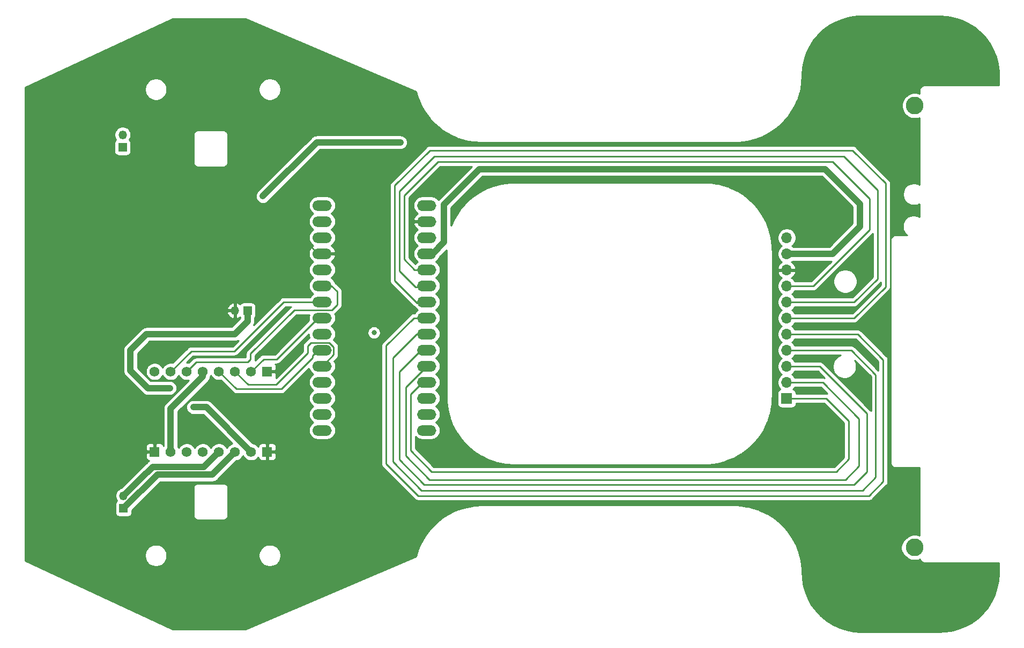
<source format=gtl>
G04 #@! TF.GenerationSoftware,KiCad,Pcbnew,(5.1.6)-1*
G04 #@! TF.CreationDate,2021-11-01T01:40:41-07:00*
G04 #@! TF.ProjectId,seguilineas,73656775-696c-4696-9e65-61732e6b6963,rev?*
G04 #@! TF.SameCoordinates,Original*
G04 #@! TF.FileFunction,Copper,L1,Top*
G04 #@! TF.FilePolarity,Positive*
%FSLAX46Y46*%
G04 Gerber Fmt 4.6, Leading zero omitted, Abs format (unit mm)*
G04 Created by KiCad (PCBNEW (5.1.6)-1) date 2021-11-01 01:40:41*
%MOMM*%
%LPD*%
G01*
G04 APERTURE LIST*
G04 #@! TA.AperFunction,SMDPad,CuDef*
%ADD10O,3.000000X1.700000*%
G04 #@! TD*
G04 #@! TA.AperFunction,ComponentPad*
%ADD11C,1.700000*%
G04 #@! TD*
G04 #@! TA.AperFunction,ComponentPad*
%ADD12O,1.700000X1.700000*%
G04 #@! TD*
G04 #@! TA.AperFunction,ComponentPad*
%ADD13O,1.350000X1.350000*%
G04 #@! TD*
G04 #@! TA.AperFunction,ComponentPad*
%ADD14R,1.350000X1.350000*%
G04 #@! TD*
G04 #@! TA.AperFunction,ComponentPad*
%ADD15R,1.700000X1.700000*%
G04 #@! TD*
G04 #@! TA.AperFunction,ComponentPad*
%ADD16R,1.560000X1.560000*%
G04 #@! TD*
G04 #@! TA.AperFunction,ComponentPad*
%ADD17C,1.560000*%
G04 #@! TD*
G04 #@! TA.AperFunction,ComponentPad*
%ADD18C,2.800000*%
G04 #@! TD*
G04 #@! TA.AperFunction,ViaPad*
%ADD19C,0.800000*%
G04 #@! TD*
G04 #@! TA.AperFunction,Conductor*
%ADD20C,0.250000*%
G04 #@! TD*
G04 #@! TA.AperFunction,Conductor*
%ADD21C,1.016000*%
G04 #@! TD*
G04 #@! TA.AperFunction,Conductor*
%ADD22C,0.254000*%
G04 #@! TD*
G04 APERTURE END LIST*
D10*
X123115000Y-90000000D03*
D11*
X122480000Y-92540000D03*
D10*
X123115000Y-69680000D03*
X123115000Y-74760000D03*
X123115000Y-95080000D03*
X123115000Y-92540000D03*
D11*
X122480000Y-79840000D03*
D12*
X123750000Y-95080000D03*
D11*
X122480000Y-64600000D03*
D12*
X123750000Y-84920000D03*
X123750000Y-82380000D03*
D11*
X122480000Y-72220000D03*
X122480000Y-82380000D03*
X122480000Y-84920000D03*
D10*
X123115000Y-64600000D03*
X123115000Y-97620000D03*
D11*
X122480000Y-77300000D03*
X122480000Y-87460000D03*
D12*
X123750000Y-79840000D03*
D10*
X123115000Y-72220000D03*
D12*
X123750000Y-87460000D03*
X123750000Y-90000000D03*
D10*
X123115000Y-87460000D03*
X123115000Y-84920000D03*
D11*
X122480000Y-90000000D03*
D12*
X123750000Y-77300000D03*
X123750000Y-97620000D03*
X123750000Y-74760000D03*
X123750000Y-72220000D03*
X123750000Y-69680000D03*
X123750000Y-67140000D03*
D11*
X123750000Y-64600000D03*
D10*
X123115000Y-79840000D03*
D12*
X123750000Y-100160000D03*
D10*
X123115000Y-77300000D03*
D12*
X123750000Y-92540000D03*
D11*
X122480000Y-97620000D03*
X122480000Y-74760000D03*
X122480000Y-100160000D03*
D10*
X123115000Y-82380000D03*
X123115000Y-100160000D03*
X123115000Y-67140000D03*
D11*
X122480000Y-67140000D03*
X122480000Y-95080000D03*
X122480000Y-69680000D03*
D10*
X139625000Y-64600000D03*
X139625000Y-67140000D03*
X139625000Y-69680000D03*
X139625000Y-72220000D03*
X139625000Y-74760000D03*
X139625000Y-77300000D03*
X139625000Y-79840000D03*
X139625000Y-82380000D03*
X139625000Y-84920000D03*
X139625000Y-87460000D03*
X139625000Y-90000000D03*
X139625000Y-92540000D03*
X139625000Y-95080000D03*
X139625000Y-97620000D03*
D11*
X140260000Y-67140000D03*
X140260000Y-64600000D03*
X140260000Y-69680000D03*
X140260000Y-77300000D03*
X140260000Y-72220000D03*
X140260000Y-74760000D03*
X140260000Y-82380000D03*
X140260000Y-79840000D03*
X140260000Y-84920000D03*
X140260000Y-90000000D03*
X140260000Y-87460000D03*
X140260000Y-92540000D03*
X140260000Y-95080000D03*
X140260000Y-97620000D03*
D10*
X139625000Y-100160000D03*
D11*
X140260000Y-100160000D03*
X138990000Y-100160000D03*
D12*
X138990000Y-97620000D03*
X138990000Y-95080000D03*
X138990000Y-92540000D03*
X138990000Y-90000000D03*
X138990000Y-87460000D03*
X138990000Y-84920000D03*
X138990000Y-82380000D03*
X138990000Y-79840000D03*
X138990000Y-77300000D03*
X138990000Y-74760000D03*
X138990000Y-72220000D03*
X138990000Y-69680000D03*
X138990000Y-67140000D03*
X138990000Y-64600000D03*
D13*
X91600000Y-53420000D03*
D14*
X91600000Y-55420000D03*
X91750000Y-112500000D03*
D13*
X91750000Y-110500000D03*
D14*
X111330000Y-81230000D03*
D13*
X109330000Y-81230000D03*
D15*
X196480000Y-95120000D03*
D12*
X196480000Y-92580000D03*
X196480000Y-90040000D03*
X196480000Y-87500000D03*
X196480000Y-84960000D03*
X196480000Y-82420000D03*
X196480000Y-79880000D03*
X196480000Y-77340000D03*
X196480000Y-74800000D03*
X196480000Y-72260000D03*
X196480000Y-69720000D03*
D16*
X96660000Y-103560000D03*
D17*
X99200000Y-103560000D03*
X101740000Y-103560000D03*
X104280000Y-103560000D03*
X106820000Y-103560000D03*
X109360000Y-103560000D03*
X111900000Y-103560000D03*
D16*
X114440000Y-103560000D03*
X114440000Y-90860000D03*
D17*
X111900000Y-90860000D03*
X109360000Y-90860000D03*
X106820000Y-90860000D03*
X104280000Y-90860000D03*
X101740000Y-90860000D03*
X99200000Y-90860000D03*
X96660000Y-90860000D03*
D18*
X216690000Y-118690000D03*
X216690000Y-48840000D03*
D19*
X131300220Y-84709000D03*
X117630000Y-69190000D03*
X100000000Y-40000000D03*
X110000000Y-40000000D03*
X120000000Y-40000000D03*
X90000000Y-40000000D03*
X80000000Y-50000000D03*
X90000000Y-50000000D03*
X100000000Y-50000000D03*
X110000000Y-50000000D03*
X120000000Y-50000000D03*
X130000000Y-50000000D03*
X200000000Y-50000000D03*
X210000000Y-40000000D03*
X220000000Y-40000000D03*
X210000000Y-50000000D03*
X207700000Y-91590000D03*
X210000000Y-120000000D03*
X210000000Y-130000000D03*
X220000000Y-130000000D03*
X200000000Y-120000000D03*
X199979280Y-93807280D03*
X200000000Y-70000000D03*
X130000000Y-120000000D03*
X120000000Y-120000000D03*
X110000000Y-130000000D03*
X100000000Y-130000000D03*
X110000000Y-120000000D03*
X100000000Y-120000000D03*
X90000000Y-120000000D03*
X80000000Y-120000000D03*
X80000000Y-110000000D03*
X80000000Y-90000000D03*
X80000000Y-100000000D03*
X80000000Y-80000000D03*
X80000000Y-70000000D03*
X80000000Y-60000000D03*
X90000000Y-100000000D03*
X120000000Y-110000000D03*
X100000000Y-80000000D03*
X100000000Y-70000000D03*
X110000000Y-70000000D03*
X128376680Y-80914240D03*
X126243080Y-83365340D03*
X110517940Y-88155780D03*
X116654580Y-85394800D03*
X118930420Y-88524080D03*
X108689140Y-97815400D03*
X88117680Y-59783980D03*
X87924640Y-70279260D03*
X87924640Y-79415640D03*
X88117680Y-90109040D03*
X206040000Y-86260000D03*
X194340480Y-64559180D03*
X195961000Y-103819960D03*
X202801220Y-78640940D03*
X202879960Y-81277460D03*
X200045320Y-91277440D03*
X119519700Y-62042040D03*
X112890000Y-106370000D03*
X101620000Y-108940000D03*
X104470000Y-99520000D03*
X105700000Y-93810000D03*
X113490000Y-97900000D03*
X98850000Y-87590000D03*
X95270000Y-88130000D03*
X96940000Y-59230000D03*
X105860000Y-63380000D03*
X117040000Y-76570000D03*
X109880000Y-76820000D03*
X134260000Y-81550000D03*
X142770000Y-103340000D03*
X142650000Y-60930000D03*
X201390000Y-99640000D03*
X130110000Y-58450000D03*
X129800000Y-68480000D03*
X200630000Y-63730000D03*
X113758980Y-63154560D03*
X135469520Y-54640480D03*
X99060000Y-93470000D03*
X102770000Y-96490000D03*
D20*
X123115000Y-72220000D02*
X123360000Y-72220000D01*
X117630000Y-63931740D02*
X119519700Y-62042040D01*
X117630000Y-69190000D02*
X117630000Y-63931740D01*
X119450000Y-69190000D02*
X122480000Y-72220000D01*
X117630000Y-69190000D02*
X119450000Y-69190000D01*
X139625000Y-67140000D02*
X137420000Y-67140000D01*
D21*
X104280000Y-91607340D02*
X104280000Y-90860000D01*
X99200000Y-103560000D02*
X99200000Y-96687340D01*
X99200000Y-96687340D02*
X104280000Y-91607340D01*
X142318740Y-70434200D02*
X140532940Y-72220000D01*
X142318740Y-64491260D02*
X142318740Y-70434200D01*
X203708460Y-72260000D02*
X208031080Y-67937380D01*
X208031080Y-67937380D02*
X208031080Y-64343280D01*
X196480000Y-72260000D02*
X203708460Y-72260000D01*
X147963280Y-58846720D02*
X142318740Y-64491260D01*
X208031080Y-64343280D02*
X202534520Y-58846720D01*
X140532940Y-72220000D02*
X139625000Y-72220000D01*
X202534520Y-58846720D02*
X147963280Y-58846720D01*
X122273060Y-54640480D02*
X135469520Y-54640480D01*
X113758980Y-63154560D02*
X122273060Y-54640480D01*
D20*
X136050000Y-73130000D02*
X137680000Y-74760000D01*
X136050000Y-63050000D02*
X136050000Y-73130000D01*
X141401360Y-57698640D02*
X136050000Y-63050000D01*
X200685860Y-77340000D02*
X209550000Y-68475860D01*
X196480000Y-77340000D02*
X200685860Y-77340000D01*
X209550000Y-68475860D02*
X209550000Y-63500000D01*
X209550000Y-63500000D02*
X203748640Y-57698640D01*
X137680000Y-74760000D02*
X139625000Y-74760000D01*
X203748640Y-57698640D02*
X141401360Y-57698640D01*
X138600000Y-77300000D02*
X140260000Y-77300000D01*
X138430000Y-77470000D02*
X138600000Y-77300000D01*
X135330000Y-62310000D02*
X135330000Y-74930000D01*
X135330000Y-74930000D02*
X137870000Y-77470000D01*
X207140000Y-79880000D02*
X210820000Y-76200000D01*
X137870000Y-77470000D02*
X138430000Y-77470000D01*
X140789720Y-56850280D02*
X135330000Y-62310000D01*
X196480000Y-79880000D02*
X207140000Y-79880000D01*
X210820000Y-62184280D02*
X205486000Y-56850280D01*
X210820000Y-76200000D02*
X210820000Y-62184280D01*
X205486000Y-56850280D02*
X140789720Y-56850280D01*
X207140000Y-82420000D02*
X196480000Y-82420000D01*
X212090000Y-77470000D02*
X207140000Y-82420000D01*
X212090000Y-61102240D02*
X212090000Y-77470000D01*
X140112220Y-55897780D02*
X206885540Y-55897780D01*
X139625000Y-79840000D02*
X139445000Y-80020000D01*
X138080000Y-80020000D02*
X134570000Y-76510000D01*
X206885540Y-55897780D02*
X212090000Y-61102240D01*
X134570000Y-61440000D02*
X140112220Y-55897780D01*
X139445000Y-80020000D02*
X138080000Y-80020000D01*
X134570000Y-76510000D02*
X134570000Y-61440000D01*
X133210000Y-86770000D02*
X137600000Y-82380000D01*
X133210000Y-105460000D02*
X133210000Y-86770000D01*
X138280000Y-110530000D02*
X133210000Y-105460000D01*
X207700000Y-84960000D02*
X211720000Y-88980000D01*
X196480000Y-84960000D02*
X207700000Y-84960000D01*
X211720000Y-88980000D02*
X211720000Y-108264120D01*
X209454120Y-110530000D02*
X138280000Y-110530000D01*
X137600000Y-82380000D02*
X138990000Y-82380000D01*
X211720000Y-108264120D02*
X209454120Y-110530000D01*
X210540000Y-91350000D02*
X206690000Y-87500000D01*
X206690000Y-87500000D02*
X196480000Y-87500000D01*
X210540000Y-107556900D02*
X210540000Y-91350000D01*
X138040000Y-84920000D02*
X134300000Y-88660000D01*
X208456900Y-109640000D02*
X210540000Y-107556900D01*
X139625000Y-84920000D02*
X138040000Y-84920000D01*
X134300000Y-105150000D02*
X138790000Y-109640000D01*
X134300000Y-88660000D02*
X134300000Y-105150000D01*
X138790000Y-109640000D02*
X208456900Y-109640000D01*
X138740000Y-87460000D02*
X139625000Y-87460000D01*
X135280000Y-90920000D02*
X138740000Y-87460000D01*
X135280000Y-104800000D02*
X135280000Y-90920000D01*
X201713640Y-90040000D02*
X209180000Y-97506360D01*
X196480000Y-90040000D02*
X201713640Y-90040000D01*
X139240000Y-108760000D02*
X135280000Y-104800000D01*
X209180000Y-97506360D02*
X209180000Y-106724880D01*
X207144880Y-108760000D02*
X139240000Y-108760000D01*
X209180000Y-106724880D02*
X207144880Y-108760000D01*
X137662920Y-91965780D02*
X137662920Y-91962080D01*
X136300000Y-93328700D02*
X137662920Y-91965780D01*
X140090000Y-107950000D02*
X136300000Y-104160000D01*
X202165760Y-92580000D02*
X207911700Y-98325940D01*
X196480000Y-92580000D02*
X202165760Y-92580000D01*
X137662920Y-91962080D02*
X139625000Y-90000000D01*
X136300000Y-104160000D02*
X136300000Y-93328700D01*
X207911700Y-98325940D02*
X207911700Y-105778300D01*
X207911700Y-105778300D02*
X205740000Y-107950000D01*
X205740000Y-107950000D02*
X140090000Y-107950000D01*
X140220880Y-92540000D02*
X139625000Y-92540000D01*
X137060000Y-94470000D02*
X138990000Y-92540000D01*
X137060000Y-103340000D02*
X137060000Y-94470000D01*
X148570000Y-106700000D02*
X140420000Y-106700000D01*
X140420000Y-106700000D02*
X137060000Y-103340000D01*
X202724560Y-95120000D02*
X206288640Y-98684080D01*
X148590000Y-106680000D02*
X148570000Y-106700000D01*
X196480000Y-95120000D02*
X202724560Y-95120000D01*
X206288640Y-104721660D02*
X204330300Y-106680000D01*
X206288640Y-98684080D02*
X206288640Y-104721660D01*
X204330300Y-106680000D02*
X148590000Y-106680000D01*
D21*
X97093990Y-107156010D02*
X91750000Y-112500000D01*
X105763990Y-107156010D02*
X97093990Y-107156010D01*
X109360000Y-103560000D02*
X105763990Y-107156010D01*
X94438001Y-107831999D02*
X94418001Y-107831999D01*
X106820000Y-103560000D02*
X104440000Y-105940000D01*
X94418001Y-107831999D02*
X91750000Y-110500000D01*
X96330000Y-105940000D02*
X94438001Y-107831999D01*
X104440000Y-105940000D02*
X96330000Y-105940000D01*
D20*
X111760000Y-103700000D02*
X111900000Y-103560000D01*
D21*
X111330000Y-82921000D02*
X109298160Y-84952840D01*
X95570000Y-93470000D02*
X99060000Y-93470000D01*
X111330000Y-81230000D02*
X111330000Y-82921000D01*
X109298160Y-84952840D02*
X95387160Y-84952840D01*
X95387160Y-84952840D02*
X92847160Y-87492840D01*
X92847160Y-90747160D02*
X95570000Y-93470000D01*
X92847160Y-87492840D02*
X92847160Y-90747160D01*
X111900000Y-103560000D02*
X104830000Y-96490000D01*
X104830000Y-96490000D02*
X102770000Y-96490000D01*
D20*
X124590000Y-77300000D02*
X123750000Y-77300000D01*
X125480000Y-78190000D02*
X124590000Y-77300000D01*
X124670000Y-81120000D02*
X125480000Y-80310000D01*
X118727919Y-81120000D02*
X124670000Y-81120000D01*
X111808260Y-88039659D02*
X118727919Y-81120000D01*
X111376460Y-89397840D02*
X111808260Y-88966040D01*
X125480000Y-80310000D02*
X125480000Y-78190000D01*
X103202160Y-89397840D02*
X111376460Y-89397840D01*
X101740000Y-90860000D02*
X103202160Y-89397840D01*
X111808260Y-88966040D02*
X111808260Y-88039659D01*
X124940010Y-86973295D02*
X124940010Y-88174990D01*
X124251705Y-86284990D02*
X124940010Y-86973295D01*
X124940010Y-88174990D02*
X123433205Y-89681795D01*
X121354930Y-86284990D02*
X124251705Y-86284990D01*
X120815100Y-86824820D02*
X121354930Y-86284990D01*
X109360000Y-90860000D02*
X111425900Y-92925900D01*
X111425900Y-92925900D02*
X115836700Y-92925900D01*
X115836700Y-92925900D02*
X120815100Y-87947500D01*
X120815100Y-87947500D02*
X120815100Y-86824820D01*
X123343285Y-92540000D02*
X123115000Y-92540000D01*
X122480000Y-79840000D02*
X117053180Y-79840000D01*
X117053180Y-79840000D02*
X109258100Y-87635080D01*
X102424920Y-87635080D02*
X99200000Y-90860000D01*
X109258100Y-87635080D02*
X102424920Y-87635080D01*
X111900000Y-90860000D02*
X113860000Y-88900000D01*
X115960000Y-88900000D02*
X122480000Y-82380000D01*
X113860000Y-88900000D02*
X115960000Y-88900000D01*
X121588640Y-88351360D02*
X122480000Y-87460000D01*
X121588640Y-88713200D02*
X121588640Y-88351360D01*
X116679980Y-93621860D02*
X121588640Y-88713200D01*
X106820000Y-90860000D02*
X109581860Y-93621860D01*
X109581860Y-93621860D02*
X116679980Y-93621860D01*
D22*
G36*
X221859007Y-34758881D02*
G01*
X223001718Y-34976864D01*
X224108113Y-35336353D01*
X225160721Y-35831673D01*
X226142947Y-36455012D01*
X227039308Y-37196547D01*
X227835660Y-38044576D01*
X228519446Y-38985727D01*
X229079881Y-40005155D01*
X229508129Y-41086786D01*
X229797438Y-42213566D01*
X229944692Y-43379206D01*
X229962973Y-43960918D01*
X229962974Y-45609692D01*
X218234078Y-45609692D01*
X218197973Y-45606136D01*
X218161868Y-45609692D01*
X218053888Y-45620327D01*
X217915340Y-45662355D01*
X217787653Y-45730605D01*
X217675735Y-45822454D01*
X217583886Y-45934372D01*
X217515636Y-46062059D01*
X217473608Y-46200607D01*
X217459417Y-46344692D01*
X217462973Y-46380797D01*
X217462973Y-46957508D01*
X217283587Y-46883204D01*
X216890430Y-46805000D01*
X216489570Y-46805000D01*
X216096413Y-46883204D01*
X215726066Y-47036607D01*
X215392763Y-47259313D01*
X215109313Y-47542763D01*
X214886607Y-47876066D01*
X214733204Y-48246413D01*
X214655000Y-48639570D01*
X214655000Y-49040430D01*
X214733204Y-49433587D01*
X214886607Y-49803934D01*
X215109313Y-50137237D01*
X215392763Y-50420687D01*
X215726066Y-50643393D01*
X216096413Y-50796796D01*
X216489570Y-50875000D01*
X216890430Y-50875000D01*
X217283587Y-50796796D01*
X217462973Y-50722492D01*
X217462974Y-61309394D01*
X217397498Y-61265645D01*
X217076748Y-61132787D01*
X216736242Y-61065056D01*
X216389066Y-61065056D01*
X216048560Y-61132787D01*
X215727810Y-61265645D01*
X215439143Y-61458526D01*
X215193652Y-61704017D01*
X215000771Y-61992684D01*
X214867913Y-62313434D01*
X214800182Y-62653940D01*
X214800182Y-63001116D01*
X214867913Y-63341622D01*
X215000771Y-63662372D01*
X215193652Y-63951039D01*
X215439143Y-64196530D01*
X215727810Y-64389411D01*
X216048560Y-64522269D01*
X216389066Y-64590000D01*
X216736242Y-64590000D01*
X217076748Y-64522269D01*
X217397498Y-64389411D01*
X217462974Y-64345662D01*
X217462974Y-66405640D01*
X217373100Y-66345588D01*
X217052350Y-66212730D01*
X216711844Y-66144999D01*
X216364668Y-66144999D01*
X216024162Y-66212730D01*
X215703412Y-66345588D01*
X215414745Y-66538469D01*
X215169254Y-66783960D01*
X214976373Y-67072627D01*
X214843515Y-67393377D01*
X214775784Y-67733883D01*
X214775784Y-68081059D01*
X214843515Y-68421565D01*
X214976373Y-68742315D01*
X215169254Y-69030982D01*
X215414745Y-69276473D01*
X215487371Y-69325000D01*
X213646105Y-69325000D01*
X213610000Y-69321444D01*
X213573895Y-69325000D01*
X213465915Y-69335635D01*
X213327367Y-69377663D01*
X213199680Y-69445913D01*
X213087762Y-69537762D01*
X212995913Y-69649680D01*
X212927663Y-69777367D01*
X212885635Y-69915915D01*
X212871444Y-70060000D01*
X212875000Y-70096105D01*
X212875001Y-105308577D01*
X212871444Y-105344692D01*
X212885635Y-105488777D01*
X212927663Y-105627325D01*
X212995913Y-105755012D01*
X213087762Y-105866930D01*
X213199680Y-105958779D01*
X213327367Y-106027029D01*
X213465915Y-106069057D01*
X213573895Y-106079692D01*
X213610000Y-106083248D01*
X213646105Y-106079692D01*
X217462974Y-106079692D01*
X217462973Y-116807508D01*
X217283587Y-116733204D01*
X216890430Y-116655000D01*
X216489570Y-116655000D01*
X216096413Y-116733204D01*
X215726066Y-116886607D01*
X215392763Y-117109313D01*
X215182881Y-117319195D01*
X215155029Y-117337805D01*
X214909538Y-117583296D01*
X214716657Y-117871963D01*
X214583799Y-118192713D01*
X214516068Y-118533219D01*
X214516068Y-118880395D01*
X214583799Y-119220901D01*
X214716657Y-119541651D01*
X214909538Y-119830318D01*
X215155029Y-120075809D01*
X215284183Y-120162107D01*
X215392763Y-120270687D01*
X215726066Y-120493393D01*
X216096413Y-120646796D01*
X216489570Y-120725000D01*
X216890430Y-120725000D01*
X217283587Y-120646796D01*
X217494981Y-120559234D01*
X217515636Y-120627325D01*
X217583886Y-120755012D01*
X217675735Y-120866930D01*
X217773461Y-120947132D01*
X217787653Y-120958779D01*
X217915340Y-121027029D01*
X218053888Y-121069057D01*
X218197973Y-121083248D01*
X218234078Y-121079692D01*
X229962974Y-121079692D01*
X229962973Y-122716884D01*
X229888472Y-123901038D01*
X229670488Y-125043756D01*
X229311002Y-126150138D01*
X228815680Y-127202751D01*
X228192338Y-128184980D01*
X227450807Y-129081338D01*
X226602781Y-129877687D01*
X225661624Y-130561477D01*
X224642204Y-131121909D01*
X223560568Y-131550159D01*
X222433783Y-131839468D01*
X221268148Y-131986722D01*
X220686437Y-132005003D01*
X208221061Y-132005003D01*
X207036939Y-131930504D01*
X205894221Y-131712520D01*
X204787831Y-131353031D01*
X203735225Y-130857712D01*
X202752996Y-130234370D01*
X201856638Y-129492838D01*
X201060290Y-128644813D01*
X200376502Y-127703662D01*
X199816066Y-126684233D01*
X199387818Y-125602600D01*
X199098508Y-124475814D01*
X198951254Y-123310179D01*
X198932610Y-122716917D01*
X198912877Y-122089012D01*
X198909618Y-122054537D01*
X198907444Y-122019979D01*
X198750050Y-120774072D01*
X198746414Y-120755011D01*
X198732755Y-120683404D01*
X198420447Y-119467047D01*
X198403419Y-119414641D01*
X198391924Y-119379263D01*
X197929630Y-118211640D01*
X197890329Y-118128122D01*
X197285337Y-117027647D01*
X197243342Y-116961473D01*
X197235880Y-116949714D01*
X196497732Y-115933742D01*
X196438897Y-115862622D01*
X195579236Y-114947176D01*
X195550729Y-114920406D01*
X195511951Y-114883991D01*
X194544333Y-114083507D01*
X194469659Y-114029253D01*
X193409343Y-113356356D01*
X193328458Y-113311889D01*
X192192167Y-112777191D01*
X192122514Y-112749614D01*
X192106347Y-112743213D01*
X190912000Y-112355145D01*
X190822597Y-112332191D01*
X189589030Y-112096876D01*
X189587083Y-112096630D01*
X189497456Y-112085307D01*
X188257070Y-112007268D01*
X188234078Y-112005004D01*
X148276698Y-112005004D01*
X148258471Y-112006799D01*
X147282740Y-112055389D01*
X147241635Y-112060037D01*
X147200495Y-112064144D01*
X145961198Y-112267126D01*
X145871226Y-112287735D01*
X144667141Y-112644442D01*
X144580461Y-112676165D01*
X143430578Y-113180971D01*
X143367192Y-113213690D01*
X143348559Y-113223308D01*
X142271012Y-113868252D01*
X142247227Y-113884600D01*
X142194944Y-113920535D01*
X141206728Y-114695446D01*
X141137813Y-114756850D01*
X140254511Y-115649507D01*
X140193836Y-115719065D01*
X139429378Y-116715389D01*
X139388278Y-116776558D01*
X139377900Y-116792003D01*
X138744342Y-117876284D01*
X138702871Y-117958745D01*
X138210206Y-119113882D01*
X138197553Y-119149618D01*
X138179398Y-119200891D01*
X137931238Y-120072167D01*
X110999194Y-131609692D01*
X99502404Y-131609692D01*
X76215000Y-120790412D01*
X76215000Y-119785159D01*
X95084894Y-119785159D01*
X95084894Y-120132335D01*
X95152625Y-120472841D01*
X95285483Y-120793591D01*
X95478364Y-121082258D01*
X95723855Y-121327749D01*
X96012522Y-121520630D01*
X96333272Y-121653488D01*
X96673778Y-121721219D01*
X97020954Y-121721219D01*
X97361460Y-121653488D01*
X97682210Y-121520630D01*
X97970877Y-121327749D01*
X98216368Y-121082258D01*
X98409249Y-120793591D01*
X98542107Y-120472841D01*
X98609838Y-120132335D01*
X98609838Y-119785159D01*
X113084894Y-119785159D01*
X113084894Y-120132335D01*
X113152625Y-120472841D01*
X113285483Y-120793591D01*
X113478364Y-121082258D01*
X113723855Y-121327749D01*
X114012522Y-121520630D01*
X114333272Y-121653488D01*
X114673778Y-121721219D01*
X115020954Y-121721219D01*
X115361460Y-121653488D01*
X115682210Y-121520630D01*
X115970877Y-121327749D01*
X116216368Y-121082258D01*
X116409249Y-120793591D01*
X116542107Y-120472841D01*
X116609838Y-120132335D01*
X116609838Y-119785159D01*
X116542107Y-119444653D01*
X116409249Y-119123903D01*
X116216368Y-118835236D01*
X115970877Y-118589745D01*
X115682210Y-118396864D01*
X115361460Y-118264006D01*
X115020954Y-118196275D01*
X114673778Y-118196275D01*
X114333272Y-118264006D01*
X114012522Y-118396864D01*
X113723855Y-118589745D01*
X113478364Y-118835236D01*
X113285483Y-119123903D01*
X113152625Y-119444653D01*
X113084894Y-119785159D01*
X98609838Y-119785159D01*
X98542107Y-119444653D01*
X98409249Y-119123903D01*
X98216368Y-118835236D01*
X97970877Y-118589745D01*
X97682210Y-118396864D01*
X97361460Y-118264006D01*
X97020954Y-118196275D01*
X96673778Y-118196275D01*
X96333272Y-118264006D01*
X96012522Y-118396864D01*
X95723855Y-118589745D01*
X95478364Y-118835236D01*
X95285483Y-119123903D01*
X95152625Y-119444653D01*
X95084894Y-119785159D01*
X76215000Y-119785159D01*
X76215000Y-111825000D01*
X90436928Y-111825000D01*
X90436928Y-113175000D01*
X90449188Y-113299482D01*
X90485498Y-113419180D01*
X90544463Y-113529494D01*
X90623815Y-113626185D01*
X90720506Y-113705537D01*
X90830820Y-113764502D01*
X90950518Y-113800812D01*
X91075000Y-113813072D01*
X92425000Y-113813072D01*
X92549482Y-113800812D01*
X92669180Y-113764502D01*
X92779494Y-113705537D01*
X92876185Y-113626185D01*
X92955537Y-113529494D01*
X93014502Y-113419180D01*
X93050812Y-113299482D01*
X93063072Y-113175000D01*
X93063072Y-112803373D01*
X96616445Y-109250000D01*
X102786565Y-109250000D01*
X102790001Y-109284887D01*
X102790000Y-113585123D01*
X102786565Y-113620000D01*
X102800273Y-113759184D01*
X102840872Y-113893020D01*
X102906800Y-114016363D01*
X102995525Y-114124475D01*
X103100435Y-114210572D01*
X103103637Y-114213200D01*
X103226980Y-114279128D01*
X103360816Y-114319727D01*
X103500000Y-114333435D01*
X103534877Y-114330000D01*
X107485123Y-114330000D01*
X107520000Y-114333435D01*
X107554877Y-114330000D01*
X107659184Y-114319727D01*
X107793020Y-114279128D01*
X107916363Y-114213200D01*
X108024475Y-114124475D01*
X108113200Y-114016363D01*
X108179128Y-113893020D01*
X108219727Y-113759184D01*
X108233435Y-113620000D01*
X108230000Y-113585123D01*
X108230000Y-109284877D01*
X108233435Y-109250000D01*
X108219727Y-109110816D01*
X108179128Y-108976980D01*
X108113200Y-108853637D01*
X108024475Y-108745525D01*
X107916363Y-108656800D01*
X107793020Y-108590872D01*
X107659184Y-108550273D01*
X107554877Y-108540000D01*
X107520000Y-108536565D01*
X107485123Y-108540000D01*
X103534877Y-108540000D01*
X103500000Y-108536565D01*
X103465123Y-108540000D01*
X103360816Y-108550273D01*
X103226980Y-108590872D01*
X103103637Y-108656800D01*
X102995525Y-108745525D01*
X102906800Y-108853637D01*
X102840872Y-108976980D01*
X102800273Y-109110816D01*
X102786565Y-109250000D01*
X96616445Y-109250000D01*
X97567436Y-108299010D01*
X105707851Y-108299010D01*
X105763990Y-108304539D01*
X105820129Y-108299010D01*
X105820136Y-108299010D01*
X105988057Y-108282471D01*
X106203513Y-108217113D01*
X106402079Y-108110978D01*
X106576123Y-107968143D01*
X106611917Y-107924528D01*
X109576860Y-104959585D01*
X109772740Y-104920623D01*
X110030254Y-104813957D01*
X110262010Y-104659103D01*
X110459103Y-104462010D01*
X110613957Y-104230254D01*
X110630000Y-104191523D01*
X110646043Y-104230254D01*
X110800897Y-104462010D01*
X110997990Y-104659103D01*
X111229746Y-104813957D01*
X111487260Y-104920623D01*
X111760635Y-104975000D01*
X112039365Y-104975000D01*
X112312740Y-104920623D01*
X112570254Y-104813957D01*
X112802010Y-104659103D01*
X112999103Y-104462010D01*
X113029469Y-104416564D01*
X113034188Y-104464482D01*
X113070498Y-104584180D01*
X113129463Y-104694494D01*
X113208815Y-104791185D01*
X113305506Y-104870537D01*
X113415820Y-104929502D01*
X113535518Y-104965812D01*
X113660000Y-104978072D01*
X114154250Y-104975000D01*
X114313000Y-104816250D01*
X114313000Y-103687000D01*
X114567000Y-103687000D01*
X114567000Y-104816250D01*
X114725750Y-104975000D01*
X115220000Y-104978072D01*
X115344482Y-104965812D01*
X115464180Y-104929502D01*
X115574494Y-104870537D01*
X115671185Y-104791185D01*
X115750537Y-104694494D01*
X115809502Y-104584180D01*
X115845812Y-104464482D01*
X115858072Y-104340000D01*
X115855000Y-103845750D01*
X115696250Y-103687000D01*
X114567000Y-103687000D01*
X114313000Y-103687000D01*
X114293000Y-103687000D01*
X114293000Y-103433000D01*
X114313000Y-103433000D01*
X114313000Y-102303750D01*
X114567000Y-102303750D01*
X114567000Y-103433000D01*
X115696250Y-103433000D01*
X115855000Y-103274250D01*
X115858072Y-102780000D01*
X115845812Y-102655518D01*
X115809502Y-102535820D01*
X115750537Y-102425506D01*
X115671185Y-102328815D01*
X115574494Y-102249463D01*
X115464180Y-102190498D01*
X115344482Y-102154188D01*
X115220000Y-102141928D01*
X114725750Y-102145000D01*
X114567000Y-102303750D01*
X114313000Y-102303750D01*
X114154250Y-102145000D01*
X113660000Y-102141928D01*
X113535518Y-102154188D01*
X113415820Y-102190498D01*
X113305506Y-102249463D01*
X113208815Y-102328815D01*
X113129463Y-102425506D01*
X113070498Y-102535820D01*
X113034188Y-102655518D01*
X113029469Y-102703436D01*
X112999103Y-102657990D01*
X112802010Y-102460897D01*
X112570254Y-102306043D01*
X112312740Y-102199377D01*
X112116861Y-102160415D01*
X105677928Y-95721483D01*
X105642133Y-95677867D01*
X105468089Y-95535032D01*
X105269523Y-95428897D01*
X105054067Y-95363539D01*
X104886146Y-95347000D01*
X104886139Y-95347000D01*
X104830000Y-95341471D01*
X104773861Y-95347000D01*
X102713854Y-95347000D01*
X102545933Y-95363539D01*
X102330477Y-95428897D01*
X102131911Y-95535032D01*
X101957867Y-95677867D01*
X101815032Y-95851911D01*
X101708897Y-96050477D01*
X101643539Y-96265933D01*
X101621470Y-96490000D01*
X101643539Y-96714067D01*
X101708897Y-96929523D01*
X101815032Y-97128089D01*
X101957867Y-97302133D01*
X102131911Y-97444968D01*
X102330477Y-97551103D01*
X102545933Y-97616461D01*
X102713854Y-97633000D01*
X104356555Y-97633000D01*
X108930057Y-102206503D01*
X108689746Y-102306043D01*
X108457990Y-102460897D01*
X108260897Y-102657990D01*
X108106043Y-102889746D01*
X108090000Y-102928477D01*
X108073957Y-102889746D01*
X107919103Y-102657990D01*
X107722010Y-102460897D01*
X107490254Y-102306043D01*
X107232740Y-102199377D01*
X106959365Y-102145000D01*
X106680635Y-102145000D01*
X106407260Y-102199377D01*
X106149746Y-102306043D01*
X105917990Y-102460897D01*
X105720897Y-102657990D01*
X105566043Y-102889746D01*
X105550000Y-102928477D01*
X105533957Y-102889746D01*
X105379103Y-102657990D01*
X105182010Y-102460897D01*
X104950254Y-102306043D01*
X104692740Y-102199377D01*
X104419365Y-102145000D01*
X104140635Y-102145000D01*
X103867260Y-102199377D01*
X103609746Y-102306043D01*
X103377990Y-102460897D01*
X103180897Y-102657990D01*
X103026043Y-102889746D01*
X103010000Y-102928477D01*
X102993957Y-102889746D01*
X102839103Y-102657990D01*
X102642010Y-102460897D01*
X102410254Y-102306043D01*
X102152740Y-102199377D01*
X101879365Y-102145000D01*
X101600635Y-102145000D01*
X101327260Y-102199377D01*
X101069746Y-102306043D01*
X100837990Y-102460897D01*
X100640897Y-102657990D01*
X100486043Y-102889746D01*
X100470000Y-102928477D01*
X100453957Y-102889746D01*
X100343000Y-102723687D01*
X100343000Y-97160785D01*
X105048524Y-92455262D01*
X105092133Y-92419473D01*
X105234968Y-92245429D01*
X105341103Y-92046863D01*
X105388687Y-91890001D01*
X105406461Y-91831408D01*
X105412088Y-91774275D01*
X105419208Y-91701989D01*
X105533957Y-91530254D01*
X105550000Y-91491523D01*
X105566043Y-91530254D01*
X105720897Y-91762010D01*
X105917990Y-91959103D01*
X106149746Y-92113957D01*
X106407260Y-92220623D01*
X106680635Y-92275000D01*
X106959365Y-92275000D01*
X107126879Y-92241680D01*
X109018061Y-94132863D01*
X109041859Y-94161861D01*
X109157584Y-94256834D01*
X109289613Y-94327406D01*
X109432874Y-94370863D01*
X109544527Y-94381860D01*
X109544537Y-94381860D01*
X109581860Y-94385536D01*
X109619183Y-94381860D01*
X116642658Y-94381860D01*
X116679980Y-94385536D01*
X116717302Y-94381860D01*
X116717313Y-94381860D01*
X116828966Y-94370863D01*
X116972227Y-94327406D01*
X117104256Y-94256834D01*
X117219981Y-94161861D01*
X117243784Y-94132857D01*
X121021048Y-90355594D01*
X121086401Y-90571034D01*
X121224294Y-90829014D01*
X121409866Y-91055134D01*
X121635986Y-91240706D01*
X121690791Y-91270000D01*
X121635986Y-91299294D01*
X121409866Y-91484866D01*
X121224294Y-91710986D01*
X121086401Y-91968966D01*
X121001487Y-92248889D01*
X120972815Y-92540000D01*
X121001487Y-92831111D01*
X121086401Y-93111034D01*
X121224294Y-93369014D01*
X121409866Y-93595134D01*
X121635986Y-93780706D01*
X121690791Y-93810000D01*
X121635986Y-93839294D01*
X121409866Y-94024866D01*
X121224294Y-94250986D01*
X121086401Y-94508966D01*
X121001487Y-94788889D01*
X120972815Y-95080000D01*
X121001487Y-95371111D01*
X121086401Y-95651034D01*
X121224294Y-95909014D01*
X121409866Y-96135134D01*
X121635986Y-96320706D01*
X121690791Y-96350000D01*
X121635986Y-96379294D01*
X121409866Y-96564866D01*
X121224294Y-96790986D01*
X121086401Y-97048966D01*
X121001487Y-97328889D01*
X120972815Y-97620000D01*
X121001487Y-97911111D01*
X121086401Y-98191034D01*
X121224294Y-98449014D01*
X121409866Y-98675134D01*
X121635986Y-98860706D01*
X121690791Y-98890000D01*
X121635986Y-98919294D01*
X121409866Y-99104866D01*
X121224294Y-99330986D01*
X121086401Y-99588966D01*
X121001487Y-99868889D01*
X120972815Y-100160000D01*
X121001487Y-100451111D01*
X121086401Y-100731034D01*
X121224294Y-100989014D01*
X121409866Y-101215134D01*
X121635986Y-101400706D01*
X121775615Y-101475339D01*
X121776589Y-101475990D01*
X121777672Y-101476438D01*
X121893966Y-101538599D01*
X122020157Y-101576879D01*
X122046842Y-101587932D01*
X122075170Y-101593567D01*
X122173889Y-101623513D01*
X122276551Y-101633624D01*
X122333740Y-101645000D01*
X123896260Y-101645000D01*
X123953449Y-101633624D01*
X124056111Y-101623513D01*
X124154830Y-101593567D01*
X124183158Y-101587932D01*
X124209843Y-101576879D01*
X124336034Y-101538599D01*
X124452328Y-101476438D01*
X124453411Y-101475990D01*
X124454385Y-101475339D01*
X124594014Y-101400706D01*
X124820134Y-101215134D01*
X125005706Y-100989014D01*
X125143599Y-100731034D01*
X125228513Y-100451111D01*
X125257185Y-100160000D01*
X125228513Y-99868889D01*
X125143599Y-99588966D01*
X125005706Y-99330986D01*
X124820134Y-99104866D01*
X124594014Y-98919294D01*
X124539209Y-98890000D01*
X124594014Y-98860706D01*
X124820134Y-98675134D01*
X125005706Y-98449014D01*
X125143599Y-98191034D01*
X125228513Y-97911111D01*
X125257185Y-97620000D01*
X125228513Y-97328889D01*
X125143599Y-97048966D01*
X125005706Y-96790986D01*
X124820134Y-96564866D01*
X124594014Y-96379294D01*
X124539209Y-96350000D01*
X124594014Y-96320706D01*
X124820134Y-96135134D01*
X125005706Y-95909014D01*
X125143599Y-95651034D01*
X125228513Y-95371111D01*
X125257185Y-95080000D01*
X125228513Y-94788889D01*
X125143599Y-94508966D01*
X125005706Y-94250986D01*
X124820134Y-94024866D01*
X124594014Y-93839294D01*
X124539209Y-93810000D01*
X124594014Y-93780706D01*
X124820134Y-93595134D01*
X125005706Y-93369014D01*
X125143599Y-93111034D01*
X125228513Y-92831111D01*
X125257185Y-92540000D01*
X125228513Y-92248889D01*
X125143599Y-91968966D01*
X125005706Y-91710986D01*
X124820134Y-91484866D01*
X124594014Y-91299294D01*
X124539209Y-91270000D01*
X124594014Y-91240706D01*
X124820134Y-91055134D01*
X125005706Y-90829014D01*
X125143599Y-90571034D01*
X125228513Y-90291111D01*
X125257185Y-90000000D01*
X125228513Y-89708889D01*
X125143599Y-89428966D01*
X125010272Y-89179529D01*
X125451013Y-88738789D01*
X125480011Y-88714991D01*
X125513132Y-88674633D01*
X125574984Y-88599267D01*
X125645556Y-88467237D01*
X125658053Y-88426040D01*
X125689013Y-88323976D01*
X125700010Y-88212323D01*
X125700010Y-88212314D01*
X125703686Y-88174991D01*
X125700010Y-88137668D01*
X125700010Y-87010617D01*
X125703686Y-86973294D01*
X125700010Y-86935971D01*
X125700010Y-86935962D01*
X125689013Y-86824309D01*
X125672539Y-86770000D01*
X132446324Y-86770000D01*
X132450001Y-86807333D01*
X132450000Y-105422678D01*
X132446324Y-105460000D01*
X132450000Y-105497322D01*
X132450000Y-105497332D01*
X132460997Y-105608985D01*
X132485573Y-105690001D01*
X132504454Y-105752246D01*
X132575026Y-105884276D01*
X132604344Y-105920000D01*
X132669999Y-106000001D01*
X132699003Y-106023804D01*
X137716201Y-111041003D01*
X137739999Y-111070001D01*
X137855724Y-111164974D01*
X137987753Y-111235546D01*
X138131014Y-111279003D01*
X138242667Y-111290000D01*
X138242675Y-111290000D01*
X138280000Y-111293676D01*
X138317325Y-111290000D01*
X209416798Y-111290000D01*
X209454120Y-111293676D01*
X209491442Y-111290000D01*
X209491453Y-111290000D01*
X209603106Y-111279003D01*
X209746367Y-111235546D01*
X209878396Y-111164974D01*
X209994121Y-111070001D01*
X210017924Y-111040997D01*
X212231003Y-108827919D01*
X212260001Y-108804121D01*
X212354974Y-108688396D01*
X212425546Y-108556367D01*
X212469003Y-108413106D01*
X212480000Y-108301453D01*
X212480000Y-108301444D01*
X212483676Y-108264121D01*
X212480000Y-108226798D01*
X212480000Y-89017333D01*
X212483677Y-88980000D01*
X212469003Y-88831014D01*
X212425546Y-88687753D01*
X212354974Y-88555724D01*
X212283799Y-88468997D01*
X212260001Y-88439999D01*
X212231004Y-88416202D01*
X208263804Y-84449003D01*
X208240001Y-84419999D01*
X208124276Y-84325026D01*
X207992247Y-84254454D01*
X207848986Y-84210997D01*
X207737333Y-84200000D01*
X207737322Y-84200000D01*
X207700000Y-84196324D01*
X207662678Y-84200000D01*
X197758178Y-84200000D01*
X197633475Y-84013368D01*
X197426632Y-83806525D01*
X197252240Y-83690000D01*
X197426632Y-83573475D01*
X197633475Y-83366632D01*
X197758178Y-83180000D01*
X207102678Y-83180000D01*
X207140000Y-83183676D01*
X207177322Y-83180000D01*
X207177333Y-83180000D01*
X207288986Y-83169003D01*
X207432247Y-83125546D01*
X207564276Y-83054974D01*
X207680001Y-82960001D01*
X207703804Y-82930997D01*
X212601003Y-78033799D01*
X212630001Y-78010001D01*
X212722121Y-77897753D01*
X212724974Y-77894277D01*
X212795546Y-77762247D01*
X212834980Y-77632247D01*
X212839003Y-77618986D01*
X212850000Y-77507333D01*
X212850000Y-77507324D01*
X212853676Y-77470001D01*
X212850000Y-77432678D01*
X212850000Y-61139563D01*
X212853676Y-61102240D01*
X212850000Y-61064917D01*
X212850000Y-61064907D01*
X212839003Y-60953254D01*
X212795546Y-60809993D01*
X212755169Y-60734454D01*
X212724974Y-60677963D01*
X212653799Y-60591237D01*
X212630001Y-60562239D01*
X212601004Y-60538442D01*
X207449344Y-55386783D01*
X207425541Y-55357779D01*
X207309816Y-55262806D01*
X207177787Y-55192234D01*
X207034526Y-55148777D01*
X206922873Y-55137780D01*
X206922862Y-55137780D01*
X206885540Y-55134104D01*
X206848218Y-55137780D01*
X140149545Y-55137780D01*
X140112220Y-55134104D01*
X140074895Y-55137780D01*
X140074887Y-55137780D01*
X139963234Y-55148777D01*
X139819973Y-55192234D01*
X139687944Y-55262806D01*
X139572219Y-55357779D01*
X139548421Y-55386777D01*
X134058998Y-60876201D01*
X134030000Y-60899999D01*
X134006202Y-60928997D01*
X134006201Y-60928998D01*
X133935026Y-61015724D01*
X133864454Y-61147754D01*
X133847506Y-61203627D01*
X133825383Y-61276560D01*
X133820998Y-61291015D01*
X133806324Y-61440000D01*
X133810001Y-61477333D01*
X133810000Y-76472678D01*
X133806324Y-76510000D01*
X133810000Y-76547322D01*
X133810000Y-76547332D01*
X133820997Y-76658985D01*
X133844420Y-76736201D01*
X133864454Y-76802246D01*
X133935026Y-76934276D01*
X133955315Y-76958998D01*
X134029999Y-77050001D01*
X134059003Y-77073804D01*
X137516201Y-80531003D01*
X137539999Y-80560001D01*
X137578883Y-80591912D01*
X137655724Y-80654974D01*
X137775168Y-80718819D01*
X137919866Y-80895134D01*
X138145986Y-81080706D01*
X138200791Y-81110000D01*
X138145986Y-81139294D01*
X137919866Y-81324866D01*
X137734294Y-81550986D01*
X137697405Y-81620000D01*
X137637333Y-81620000D01*
X137600000Y-81616323D01*
X137562667Y-81620000D01*
X137451014Y-81630997D01*
X137307753Y-81674454D01*
X137175724Y-81745026D01*
X137059999Y-81839999D01*
X137036201Y-81868997D01*
X132698998Y-86206201D01*
X132670000Y-86229999D01*
X132646202Y-86258997D01*
X132646201Y-86258998D01*
X132575026Y-86345724D01*
X132504454Y-86477754D01*
X132486218Y-86537872D01*
X132460998Y-86621014D01*
X132452306Y-86709266D01*
X132446324Y-86770000D01*
X125672539Y-86770000D01*
X125645556Y-86681048D01*
X125574984Y-86549019D01*
X125480011Y-86433294D01*
X125451014Y-86409497D01*
X124908715Y-85867198D01*
X125005706Y-85749014D01*
X125143599Y-85491034D01*
X125228513Y-85211111D01*
X125257185Y-84920000D01*
X125228513Y-84628889D01*
X125221892Y-84607061D01*
X130265220Y-84607061D01*
X130265220Y-84810939D01*
X130304994Y-85010898D01*
X130383015Y-85199256D01*
X130496283Y-85368774D01*
X130640446Y-85512937D01*
X130809964Y-85626205D01*
X130998322Y-85704226D01*
X131198281Y-85744000D01*
X131402159Y-85744000D01*
X131602118Y-85704226D01*
X131790476Y-85626205D01*
X131959994Y-85512937D01*
X132104157Y-85368774D01*
X132217425Y-85199256D01*
X132295446Y-85010898D01*
X132335220Y-84810939D01*
X132335220Y-84607061D01*
X132295446Y-84407102D01*
X132217425Y-84218744D01*
X132104157Y-84049226D01*
X131959994Y-83905063D01*
X131790476Y-83791795D01*
X131602118Y-83713774D01*
X131402159Y-83674000D01*
X131198281Y-83674000D01*
X130998322Y-83713774D01*
X130809964Y-83791795D01*
X130640446Y-83905063D01*
X130496283Y-84049226D01*
X130383015Y-84218744D01*
X130304994Y-84407102D01*
X130265220Y-84607061D01*
X125221892Y-84607061D01*
X125143599Y-84348966D01*
X125005706Y-84090986D01*
X124820134Y-83864866D01*
X124594014Y-83679294D01*
X124539209Y-83650000D01*
X124594014Y-83620706D01*
X124820134Y-83435134D01*
X125005706Y-83209014D01*
X125143599Y-82951034D01*
X125228513Y-82671111D01*
X125257185Y-82380000D01*
X125228513Y-82088889D01*
X125143599Y-81808966D01*
X125108500Y-81743301D01*
X125210001Y-81660001D01*
X125233804Y-81630997D01*
X125991004Y-80873798D01*
X126020001Y-80850001D01*
X126046332Y-80817917D01*
X126114974Y-80734277D01*
X126185546Y-80602247D01*
X126198361Y-80560001D01*
X126229003Y-80458986D01*
X126240000Y-80347333D01*
X126240000Y-80347323D01*
X126243676Y-80310000D01*
X126240000Y-80272678D01*
X126240000Y-78227322D01*
X126243676Y-78189999D01*
X126240000Y-78152676D01*
X126240000Y-78152667D01*
X126229003Y-78041014D01*
X126185546Y-77897753D01*
X126171264Y-77871034D01*
X126114974Y-77765723D01*
X126043799Y-77678997D01*
X126020001Y-77649999D01*
X125991003Y-77626201D01*
X125165298Y-76800497D01*
X125143599Y-76728966D01*
X125005706Y-76470986D01*
X124820134Y-76244866D01*
X124594014Y-76059294D01*
X124539209Y-76030000D01*
X124594014Y-76000706D01*
X124820134Y-75815134D01*
X125005706Y-75589014D01*
X125143599Y-75331034D01*
X125228513Y-75051111D01*
X125257185Y-74760000D01*
X125228513Y-74468889D01*
X125143599Y-74188966D01*
X125005706Y-73930986D01*
X124820134Y-73704866D01*
X124594014Y-73519294D01*
X124535663Y-73488105D01*
X124695619Y-73384176D01*
X124904857Y-73180252D01*
X125070291Y-72939426D01*
X125185563Y-72670953D01*
X125206476Y-72576890D01*
X125085155Y-72347000D01*
X123960389Y-72347000D01*
X123970611Y-72151469D01*
X123962126Y-72093000D01*
X125085155Y-72093000D01*
X125206476Y-71863110D01*
X125185563Y-71769047D01*
X125070291Y-71500574D01*
X124904857Y-71259748D01*
X124695619Y-71055824D01*
X124535663Y-70951895D01*
X124594014Y-70920706D01*
X124820134Y-70735134D01*
X125005706Y-70509014D01*
X125143599Y-70251034D01*
X125228513Y-69971111D01*
X125257185Y-69680000D01*
X125228513Y-69388889D01*
X125143599Y-69108966D01*
X125005706Y-68850986D01*
X124820134Y-68624866D01*
X124594014Y-68439294D01*
X124539209Y-68410000D01*
X124594014Y-68380706D01*
X124820134Y-68195134D01*
X125005706Y-67969014D01*
X125143599Y-67711034D01*
X125228513Y-67431111D01*
X125257185Y-67140000D01*
X125228513Y-66848889D01*
X125143599Y-66568966D01*
X125005706Y-66310986D01*
X124820134Y-66084866D01*
X124594014Y-65899294D01*
X124539209Y-65870000D01*
X124594014Y-65840706D01*
X124820134Y-65655134D01*
X125005706Y-65429014D01*
X125143599Y-65171034D01*
X125228513Y-64891111D01*
X125257185Y-64600000D01*
X125228513Y-64308889D01*
X125143599Y-64028966D01*
X125005706Y-63770986D01*
X124820134Y-63544866D01*
X124594014Y-63359294D01*
X124454385Y-63284661D01*
X124453411Y-63284010D01*
X124452328Y-63283562D01*
X124336034Y-63221401D01*
X124209843Y-63183121D01*
X124183158Y-63172068D01*
X124154830Y-63166433D01*
X124056111Y-63136487D01*
X123953449Y-63126376D01*
X123896260Y-63115000D01*
X122333740Y-63115000D01*
X122276551Y-63126376D01*
X122173889Y-63136487D01*
X122075170Y-63166433D01*
X122046842Y-63172068D01*
X122020157Y-63183121D01*
X121893966Y-63221401D01*
X121777672Y-63283562D01*
X121776589Y-63284010D01*
X121775615Y-63284661D01*
X121635986Y-63359294D01*
X121409866Y-63544866D01*
X121224294Y-63770986D01*
X121086401Y-64028966D01*
X121001487Y-64308889D01*
X120972815Y-64600000D01*
X121001487Y-64891111D01*
X121086401Y-65171034D01*
X121224294Y-65429014D01*
X121409866Y-65655134D01*
X121635986Y-65840706D01*
X121690791Y-65870000D01*
X121635986Y-65899294D01*
X121409866Y-66084866D01*
X121224294Y-66310986D01*
X121086401Y-66568966D01*
X121001487Y-66848889D01*
X120972815Y-67140000D01*
X121001487Y-67431111D01*
X121086401Y-67711034D01*
X121224294Y-67969014D01*
X121409866Y-68195134D01*
X121635986Y-68380706D01*
X121690791Y-68410000D01*
X121635986Y-68439294D01*
X121409866Y-68624866D01*
X121224294Y-68850986D01*
X121086401Y-69108966D01*
X121001487Y-69388889D01*
X120972815Y-69680000D01*
X121001487Y-69971111D01*
X121086401Y-70251034D01*
X121224294Y-70509014D01*
X121409866Y-70735134D01*
X121635986Y-70920706D01*
X121694337Y-70951895D01*
X121534381Y-71055824D01*
X121325143Y-71259748D01*
X121159709Y-71500574D01*
X121044437Y-71769047D01*
X121023524Y-71863110D01*
X121033634Y-71882267D01*
X121004661Y-71996411D01*
X120989389Y-72288531D01*
X121029574Y-72565427D01*
X121023524Y-72576890D01*
X121044437Y-72670953D01*
X121159709Y-72939426D01*
X121325143Y-73180252D01*
X121534381Y-73384176D01*
X121694337Y-73488105D01*
X121635986Y-73519294D01*
X121409866Y-73704866D01*
X121224294Y-73930986D01*
X121086401Y-74188966D01*
X121001487Y-74468889D01*
X120972815Y-74760000D01*
X121001487Y-75051111D01*
X121086401Y-75331034D01*
X121224294Y-75589014D01*
X121409866Y-75815134D01*
X121635986Y-76000706D01*
X121690791Y-76030000D01*
X121635986Y-76059294D01*
X121409866Y-76244866D01*
X121224294Y-76470986D01*
X121086401Y-76728966D01*
X121001487Y-77008889D01*
X120972815Y-77300000D01*
X121001487Y-77591111D01*
X121086401Y-77871034D01*
X121224294Y-78129014D01*
X121409866Y-78355134D01*
X121635986Y-78540706D01*
X121690791Y-78570000D01*
X121635986Y-78599294D01*
X121409866Y-78784866D01*
X121224294Y-79010986D01*
X121187405Y-79080000D01*
X117090503Y-79080000D01*
X117053180Y-79076324D01*
X117015857Y-79080000D01*
X117015847Y-79080000D01*
X116904194Y-79090997D01*
X116760933Y-79134454D01*
X116628904Y-79205026D01*
X116513179Y-79299999D01*
X116489381Y-79328997D01*
X112314454Y-83503925D01*
X112387838Y-83366632D01*
X112391103Y-83360524D01*
X112456461Y-83145068D01*
X112462323Y-83085546D01*
X112473000Y-82977146D01*
X112473000Y-82977139D01*
X112478529Y-82921000D01*
X112473000Y-82864861D01*
X112473000Y-82335696D01*
X112535537Y-82259494D01*
X112594502Y-82149180D01*
X112630812Y-82029482D01*
X112643072Y-81905000D01*
X112643072Y-80555000D01*
X112630812Y-80430518D01*
X112594502Y-80310820D01*
X112535537Y-80200506D01*
X112456185Y-80103815D01*
X112359494Y-80024463D01*
X112249180Y-79965498D01*
X112129482Y-79929188D01*
X112005000Y-79916928D01*
X110655000Y-79916928D01*
X110530518Y-79929188D01*
X110410820Y-79965498D01*
X110300506Y-80024463D01*
X110203815Y-80103815D01*
X110126881Y-80197559D01*
X109993629Y-80100527D01*
X109760528Y-79992762D01*
X109659400Y-79962090D01*
X109457000Y-80085776D01*
X109457000Y-81103000D01*
X109477000Y-81103000D01*
X109477000Y-81357000D01*
X109457000Y-81357000D01*
X109457000Y-82374224D01*
X109659400Y-82497910D01*
X109760528Y-82467238D01*
X109993629Y-82359473D01*
X110126881Y-82262441D01*
X110187000Y-82335696D01*
X110187000Y-82447554D01*
X108824715Y-83809840D01*
X95443298Y-83809840D01*
X95387159Y-83804311D01*
X95331020Y-83809840D01*
X95331014Y-83809840D01*
X95185760Y-83824146D01*
X95163092Y-83826379D01*
X95106610Y-83843513D01*
X94947637Y-83891737D01*
X94749071Y-83997872D01*
X94575027Y-84140707D01*
X94539237Y-84184317D01*
X92078642Y-86644913D01*
X92035027Y-86680707D01*
X91892192Y-86854752D01*
X91786057Y-87053318D01*
X91751343Y-87167754D01*
X91721680Y-87265541D01*
X91720699Y-87268774D01*
X91704160Y-87436695D01*
X91704160Y-87436701D01*
X91698631Y-87492840D01*
X91704160Y-87548979D01*
X91704161Y-90691012D01*
X91698631Y-90747160D01*
X91720699Y-90971227D01*
X91775984Y-91153475D01*
X91786058Y-91186683D01*
X91892193Y-91385249D01*
X92035028Y-91559293D01*
X92078638Y-91595083D01*
X94722081Y-94238528D01*
X94757867Y-94282133D01*
X94801471Y-94317918D01*
X94801477Y-94317924D01*
X94883863Y-94385536D01*
X94931911Y-94424968D01*
X95130477Y-94531103D01*
X95280574Y-94576635D01*
X95345932Y-94596461D01*
X95368600Y-94598694D01*
X95513854Y-94613000D01*
X95513860Y-94613000D01*
X95569999Y-94618529D01*
X95626138Y-94613000D01*
X99116146Y-94613000D01*
X99284067Y-94596461D01*
X99499523Y-94531103D01*
X99698089Y-94424968D01*
X99872133Y-94282133D01*
X100014968Y-94108089D01*
X100121103Y-93909523D01*
X100186461Y-93694067D01*
X100208530Y-93470000D01*
X100186461Y-93245933D01*
X100121103Y-93030477D01*
X100014968Y-92831911D01*
X99872133Y-92657867D01*
X99698089Y-92515032D01*
X99499523Y-92408897D01*
X99284067Y-92343539D01*
X99116146Y-92327000D01*
X96043447Y-92327000D01*
X93990160Y-90273715D01*
X93990160Y-87966285D01*
X95860606Y-86095840D01*
X109242021Y-86095840D01*
X109298160Y-86101369D01*
X109354299Y-86095840D01*
X109354306Y-86095840D01*
X109522227Y-86079301D01*
X109737683Y-86013943D01*
X109881086Y-85937293D01*
X108943299Y-86875080D01*
X102462253Y-86875080D01*
X102424920Y-86871403D01*
X102387587Y-86875080D01*
X102275934Y-86886077D01*
X102132673Y-86929534D01*
X102000644Y-87000106D01*
X101884919Y-87095079D01*
X101861121Y-87124077D01*
X99506879Y-89478320D01*
X99339365Y-89445000D01*
X99060635Y-89445000D01*
X98787260Y-89499377D01*
X98529746Y-89606043D01*
X98297990Y-89760897D01*
X98100897Y-89957990D01*
X97946043Y-90189746D01*
X97930000Y-90228477D01*
X97913957Y-90189746D01*
X97759103Y-89957990D01*
X97562010Y-89760897D01*
X97330254Y-89606043D01*
X97072740Y-89499377D01*
X96799365Y-89445000D01*
X96520635Y-89445000D01*
X96247260Y-89499377D01*
X95989746Y-89606043D01*
X95757990Y-89760897D01*
X95560897Y-89957990D01*
X95406043Y-90189746D01*
X95299377Y-90447260D01*
X95245000Y-90720635D01*
X95245000Y-90999365D01*
X95299377Y-91272740D01*
X95406043Y-91530254D01*
X95560897Y-91762010D01*
X95757990Y-91959103D01*
X95989746Y-92113957D01*
X96247260Y-92220623D01*
X96520635Y-92275000D01*
X96799365Y-92275000D01*
X97072740Y-92220623D01*
X97330254Y-92113957D01*
X97562010Y-91959103D01*
X97759103Y-91762010D01*
X97913957Y-91530254D01*
X97930000Y-91491523D01*
X97946043Y-91530254D01*
X98100897Y-91762010D01*
X98297990Y-91959103D01*
X98529746Y-92113957D01*
X98787260Y-92220623D01*
X99060635Y-92275000D01*
X99339365Y-92275000D01*
X99612740Y-92220623D01*
X99870254Y-92113957D01*
X100102010Y-91959103D01*
X100299103Y-91762010D01*
X100453957Y-91530254D01*
X100470000Y-91491523D01*
X100486043Y-91530254D01*
X100640897Y-91762010D01*
X100837990Y-91959103D01*
X101069746Y-92113957D01*
X101327260Y-92220623D01*
X101600635Y-92275000D01*
X101879365Y-92275000D01*
X102024828Y-92246066D01*
X98431478Y-95839417D01*
X98387868Y-95875207D01*
X98245033Y-96049251D01*
X98176488Y-96177490D01*
X98138898Y-96247817D01*
X98073539Y-96463273D01*
X98051471Y-96687340D01*
X98057001Y-96743489D01*
X98057000Y-102626469D01*
X98029502Y-102535820D01*
X97970537Y-102425506D01*
X97891185Y-102328815D01*
X97794494Y-102249463D01*
X97684180Y-102190498D01*
X97564482Y-102154188D01*
X97440000Y-102141928D01*
X96945750Y-102145000D01*
X96787000Y-102303750D01*
X96787000Y-103433000D01*
X96807000Y-103433000D01*
X96807000Y-103687000D01*
X96787000Y-103687000D01*
X96787000Y-103707000D01*
X96533000Y-103707000D01*
X96533000Y-103687000D01*
X95403750Y-103687000D01*
X95245000Y-103845750D01*
X95241928Y-104340000D01*
X95254188Y-104464482D01*
X95290498Y-104584180D01*
X95349463Y-104694494D01*
X95428815Y-104791185D01*
X95525506Y-104870537D01*
X95635820Y-104929502D01*
X95737880Y-104960461D01*
X95691911Y-104985032D01*
X95517867Y-105127867D01*
X95482077Y-105171477D01*
X93761017Y-106892538D01*
X93663892Y-106972247D01*
X93605868Y-107019866D01*
X93570078Y-107063476D01*
X91399501Y-109234054D01*
X91367887Y-109240342D01*
X91129482Y-109339093D01*
X90914923Y-109482456D01*
X90732456Y-109664923D01*
X90589093Y-109879482D01*
X90490342Y-110117887D01*
X90440000Y-110370976D01*
X90440000Y-110629024D01*
X90490342Y-110882113D01*
X90589093Y-111120518D01*
X90710697Y-111302513D01*
X90623815Y-111373815D01*
X90544463Y-111470506D01*
X90485498Y-111580820D01*
X90449188Y-111700518D01*
X90436928Y-111825000D01*
X76215000Y-111825000D01*
X76215000Y-102780000D01*
X95241928Y-102780000D01*
X95245000Y-103274250D01*
X95403750Y-103433000D01*
X96533000Y-103433000D01*
X96533000Y-102303750D01*
X96374250Y-102145000D01*
X95880000Y-102141928D01*
X95755518Y-102154188D01*
X95635820Y-102190498D01*
X95525506Y-102249463D01*
X95428815Y-102328815D01*
X95349463Y-102425506D01*
X95290498Y-102535820D01*
X95254188Y-102655518D01*
X95241928Y-102780000D01*
X76215000Y-102780000D01*
X76215000Y-81559401D01*
X108062085Y-81559401D01*
X108150711Y-81800430D01*
X108284656Y-82019537D01*
X108458773Y-82208303D01*
X108666371Y-82359473D01*
X108899472Y-82467238D01*
X109000600Y-82497910D01*
X109203000Y-82374224D01*
X109203000Y-81357000D01*
X108184915Y-81357000D01*
X108062085Y-81559401D01*
X76215000Y-81559401D01*
X76215000Y-80900599D01*
X108062085Y-80900599D01*
X108184915Y-81103000D01*
X109203000Y-81103000D01*
X109203000Y-80085776D01*
X109000600Y-79962090D01*
X108899472Y-79992762D01*
X108666371Y-80100527D01*
X108458773Y-80251697D01*
X108284656Y-80440463D01*
X108150711Y-80659570D01*
X108062085Y-80900599D01*
X76215000Y-80900599D01*
X76215000Y-63154560D01*
X112610451Y-63154560D01*
X112632519Y-63378627D01*
X112697878Y-63594083D01*
X112804013Y-63792648D01*
X112946847Y-63966693D01*
X113120892Y-64109527D01*
X113319457Y-64215662D01*
X113534913Y-64281021D01*
X113758980Y-64303089D01*
X113983047Y-64281021D01*
X114198503Y-64215662D01*
X114397068Y-64109527D01*
X114527501Y-64002484D01*
X122746506Y-55783480D01*
X135525666Y-55783480D01*
X135693587Y-55766941D01*
X135909043Y-55701583D01*
X136107609Y-55595448D01*
X136281653Y-55452613D01*
X136424488Y-55278569D01*
X136530623Y-55080003D01*
X136595981Y-54864547D01*
X136618050Y-54640480D01*
X136595981Y-54416413D01*
X136530623Y-54200957D01*
X136424488Y-54002391D01*
X136281653Y-53828347D01*
X136107609Y-53685512D01*
X135909043Y-53579377D01*
X135693587Y-53514019D01*
X135525666Y-53497480D01*
X122329198Y-53497480D01*
X122273059Y-53491951D01*
X122216920Y-53497480D01*
X122216914Y-53497480D01*
X122071660Y-53511786D01*
X122048992Y-53514019D01*
X121984957Y-53533444D01*
X121833537Y-53579377D01*
X121634971Y-53685512D01*
X121460927Y-53828347D01*
X121425137Y-53871957D01*
X112911056Y-62386039D01*
X112804013Y-62516472D01*
X112697878Y-62715037D01*
X112632519Y-62930493D01*
X112610451Y-63154560D01*
X76215000Y-63154560D01*
X76215000Y-54745000D01*
X90286928Y-54745000D01*
X90286928Y-56095000D01*
X90299188Y-56219482D01*
X90335498Y-56339180D01*
X90394463Y-56449494D01*
X90473815Y-56546185D01*
X90570506Y-56625537D01*
X90680820Y-56684502D01*
X90800518Y-56720812D01*
X90925000Y-56733072D01*
X92275000Y-56733072D01*
X92399482Y-56720812D01*
X92519180Y-56684502D01*
X92629494Y-56625537D01*
X92726185Y-56546185D01*
X92805537Y-56449494D01*
X92864502Y-56339180D01*
X92900812Y-56219482D01*
X92913072Y-56095000D01*
X92913072Y-54745000D01*
X92900812Y-54620518D01*
X92864502Y-54500820D01*
X92805537Y-54390506D01*
X92726185Y-54293815D01*
X92639303Y-54222513D01*
X92760907Y-54040518D01*
X92859658Y-53802113D01*
X92910000Y-53549024D01*
X92910000Y-53440000D01*
X102776565Y-53440000D01*
X102780001Y-53474887D01*
X102780000Y-57775123D01*
X102776565Y-57810000D01*
X102790273Y-57949184D01*
X102830872Y-58083020D01*
X102896800Y-58206363D01*
X102985525Y-58314475D01*
X103093637Y-58403200D01*
X103216980Y-58469128D01*
X103350816Y-58509727D01*
X103490000Y-58523435D01*
X103524877Y-58520000D01*
X107475123Y-58520000D01*
X107510000Y-58523435D01*
X107544877Y-58520000D01*
X107649184Y-58509727D01*
X107783020Y-58469128D01*
X107906363Y-58403200D01*
X108014475Y-58314475D01*
X108103200Y-58206363D01*
X108169128Y-58083020D01*
X108209727Y-57949184D01*
X108223435Y-57810000D01*
X108220000Y-57775123D01*
X108220000Y-53474877D01*
X108223435Y-53440000D01*
X108209727Y-53300816D01*
X108169128Y-53166980D01*
X108103200Y-53043637D01*
X108014475Y-52935525D01*
X107906363Y-52846800D01*
X107783020Y-52780872D01*
X107649184Y-52740273D01*
X107544877Y-52730000D01*
X107510000Y-52726565D01*
X107475123Y-52730000D01*
X103524877Y-52730000D01*
X103490000Y-52726565D01*
X103455123Y-52730000D01*
X103350816Y-52740273D01*
X103216980Y-52780872D01*
X103093637Y-52846800D01*
X102985525Y-52935525D01*
X102896800Y-53043637D01*
X102830872Y-53166980D01*
X102790273Y-53300816D01*
X102776565Y-53440000D01*
X92910000Y-53440000D01*
X92910000Y-53290976D01*
X92859658Y-53037887D01*
X92760907Y-52799482D01*
X92617544Y-52584923D01*
X92435077Y-52402456D01*
X92220518Y-52259093D01*
X91982113Y-52160342D01*
X91729024Y-52110000D01*
X91470976Y-52110000D01*
X91217887Y-52160342D01*
X90979482Y-52259093D01*
X90764923Y-52402456D01*
X90582456Y-52584923D01*
X90439093Y-52799482D01*
X90340342Y-53037887D01*
X90290000Y-53290976D01*
X90290000Y-53549024D01*
X90340342Y-53802113D01*
X90439093Y-54040518D01*
X90560697Y-54222513D01*
X90473815Y-54293815D01*
X90394463Y-54390506D01*
X90335498Y-54500820D01*
X90299188Y-54620518D01*
X90286928Y-54745000D01*
X76215000Y-54745000D01*
X76215000Y-46072491D01*
X95084894Y-46072491D01*
X95084894Y-46419667D01*
X95152625Y-46760173D01*
X95285483Y-47080923D01*
X95478364Y-47369590D01*
X95723855Y-47615081D01*
X96012522Y-47807962D01*
X96333272Y-47940820D01*
X96673778Y-48008551D01*
X97020954Y-48008551D01*
X97361460Y-47940820D01*
X97682210Y-47807962D01*
X97970877Y-47615081D01*
X98216368Y-47369590D01*
X98409249Y-47080923D01*
X98542107Y-46760173D01*
X98609838Y-46419667D01*
X98609838Y-46072491D01*
X113084894Y-46072491D01*
X113084894Y-46419667D01*
X113152625Y-46760173D01*
X113285483Y-47080923D01*
X113478364Y-47369590D01*
X113723855Y-47615081D01*
X114012522Y-47807962D01*
X114333272Y-47940820D01*
X114673778Y-48008551D01*
X115020954Y-48008551D01*
X115361460Y-47940820D01*
X115682210Y-47807962D01*
X115970877Y-47615081D01*
X116216368Y-47369590D01*
X116409249Y-47080923D01*
X116542107Y-46760173D01*
X116609838Y-46419667D01*
X116609838Y-46072491D01*
X116542107Y-45731985D01*
X116409249Y-45411235D01*
X116216368Y-45122568D01*
X115970877Y-44877077D01*
X115682210Y-44684196D01*
X115361460Y-44551338D01*
X115020954Y-44483607D01*
X114673778Y-44483607D01*
X114333272Y-44551338D01*
X114012522Y-44684196D01*
X113723855Y-44877077D01*
X113478364Y-45122568D01*
X113285483Y-45411235D01*
X113152625Y-45731985D01*
X113084894Y-46072491D01*
X98609838Y-46072491D01*
X98542107Y-45731985D01*
X98409249Y-45411235D01*
X98216368Y-45122568D01*
X97970877Y-44877077D01*
X97682210Y-44684196D01*
X97361460Y-44551338D01*
X97020954Y-44483607D01*
X96673778Y-44483607D01*
X96333272Y-44551338D01*
X96012522Y-44684196D01*
X95723855Y-44877077D01*
X95478364Y-45122568D01*
X95285483Y-45411235D01*
X95152625Y-45731985D01*
X95084894Y-46072491D01*
X76215000Y-46072491D01*
X76215000Y-45898972D01*
X99502404Y-35079692D01*
X110999194Y-35079692D01*
X137925804Y-46614890D01*
X138092780Y-47231630D01*
X138106080Y-47270811D01*
X138118852Y-47310122D01*
X138581146Y-48477745D01*
X138601953Y-48521962D01*
X138620447Y-48561263D01*
X139225439Y-49661739D01*
X139274897Y-49739672D01*
X139274903Y-49739679D01*
X140013044Y-50755644D01*
X140039681Y-50787842D01*
X140071879Y-50826763D01*
X140931540Y-51742209D01*
X140998825Y-51805394D01*
X141966443Y-52605878D01*
X142041117Y-52660132D01*
X143101426Y-53333024D01*
X143101433Y-53333029D01*
X143182318Y-53377496D01*
X144318609Y-53912194D01*
X144404429Y-53946173D01*
X145598777Y-54334240D01*
X145688179Y-54357194D01*
X146921746Y-54592509D01*
X147013320Y-54604078D01*
X148253706Y-54682117D01*
X148276698Y-54684381D01*
X188234078Y-54684381D01*
X188245591Y-54683247D01*
X188848965Y-54664285D01*
X188883442Y-54661026D01*
X188917997Y-54658852D01*
X190163904Y-54501458D01*
X190163906Y-54501458D01*
X190254573Y-54484163D01*
X191470931Y-54171854D01*
X191499453Y-54162587D01*
X191558714Y-54143332D01*
X192726337Y-53681038D01*
X192776406Y-53657477D01*
X192809855Y-53641737D01*
X193910331Y-53036745D01*
X193988264Y-52987287D01*
X193988271Y-52987281D01*
X195004236Y-52249140D01*
X195036633Y-52222338D01*
X195075355Y-52190305D01*
X195990801Y-51330644D01*
X196013941Y-51306002D01*
X196053986Y-51263359D01*
X196854470Y-50295741D01*
X196908724Y-50221067D01*
X197581616Y-49160758D01*
X197581621Y-49160751D01*
X197626088Y-49079866D01*
X198160786Y-47943575D01*
X198163546Y-47936603D01*
X198194765Y-47857755D01*
X198582832Y-46663407D01*
X198605786Y-46574005D01*
X198841101Y-45340438D01*
X198852670Y-45248864D01*
X198931523Y-43995532D01*
X199007473Y-42788347D01*
X199225456Y-41645636D01*
X199584945Y-40539241D01*
X200080265Y-39486633D01*
X200703604Y-38504407D01*
X201445139Y-37608046D01*
X202293168Y-36811694D01*
X203234319Y-36127908D01*
X204253747Y-35567473D01*
X205335378Y-35139225D01*
X206462158Y-34849916D01*
X207627798Y-34702662D01*
X208209509Y-34684381D01*
X220674869Y-34684381D01*
X221859007Y-34758881D01*
G37*
X221859007Y-34758881D02*
X223001718Y-34976864D01*
X224108113Y-35336353D01*
X225160721Y-35831673D01*
X226142947Y-36455012D01*
X227039308Y-37196547D01*
X227835660Y-38044576D01*
X228519446Y-38985727D01*
X229079881Y-40005155D01*
X229508129Y-41086786D01*
X229797438Y-42213566D01*
X229944692Y-43379206D01*
X229962973Y-43960918D01*
X229962974Y-45609692D01*
X218234078Y-45609692D01*
X218197973Y-45606136D01*
X218161868Y-45609692D01*
X218053888Y-45620327D01*
X217915340Y-45662355D01*
X217787653Y-45730605D01*
X217675735Y-45822454D01*
X217583886Y-45934372D01*
X217515636Y-46062059D01*
X217473608Y-46200607D01*
X217459417Y-46344692D01*
X217462973Y-46380797D01*
X217462973Y-46957508D01*
X217283587Y-46883204D01*
X216890430Y-46805000D01*
X216489570Y-46805000D01*
X216096413Y-46883204D01*
X215726066Y-47036607D01*
X215392763Y-47259313D01*
X215109313Y-47542763D01*
X214886607Y-47876066D01*
X214733204Y-48246413D01*
X214655000Y-48639570D01*
X214655000Y-49040430D01*
X214733204Y-49433587D01*
X214886607Y-49803934D01*
X215109313Y-50137237D01*
X215392763Y-50420687D01*
X215726066Y-50643393D01*
X216096413Y-50796796D01*
X216489570Y-50875000D01*
X216890430Y-50875000D01*
X217283587Y-50796796D01*
X217462973Y-50722492D01*
X217462974Y-61309394D01*
X217397498Y-61265645D01*
X217076748Y-61132787D01*
X216736242Y-61065056D01*
X216389066Y-61065056D01*
X216048560Y-61132787D01*
X215727810Y-61265645D01*
X215439143Y-61458526D01*
X215193652Y-61704017D01*
X215000771Y-61992684D01*
X214867913Y-62313434D01*
X214800182Y-62653940D01*
X214800182Y-63001116D01*
X214867913Y-63341622D01*
X215000771Y-63662372D01*
X215193652Y-63951039D01*
X215439143Y-64196530D01*
X215727810Y-64389411D01*
X216048560Y-64522269D01*
X216389066Y-64590000D01*
X216736242Y-64590000D01*
X217076748Y-64522269D01*
X217397498Y-64389411D01*
X217462974Y-64345662D01*
X217462974Y-66405640D01*
X217373100Y-66345588D01*
X217052350Y-66212730D01*
X216711844Y-66144999D01*
X216364668Y-66144999D01*
X216024162Y-66212730D01*
X215703412Y-66345588D01*
X215414745Y-66538469D01*
X215169254Y-66783960D01*
X214976373Y-67072627D01*
X214843515Y-67393377D01*
X214775784Y-67733883D01*
X214775784Y-68081059D01*
X214843515Y-68421565D01*
X214976373Y-68742315D01*
X215169254Y-69030982D01*
X215414745Y-69276473D01*
X215487371Y-69325000D01*
X213646105Y-69325000D01*
X213610000Y-69321444D01*
X213573895Y-69325000D01*
X213465915Y-69335635D01*
X213327367Y-69377663D01*
X213199680Y-69445913D01*
X213087762Y-69537762D01*
X212995913Y-69649680D01*
X212927663Y-69777367D01*
X212885635Y-69915915D01*
X212871444Y-70060000D01*
X212875000Y-70096105D01*
X212875001Y-105308577D01*
X212871444Y-105344692D01*
X212885635Y-105488777D01*
X212927663Y-105627325D01*
X212995913Y-105755012D01*
X213087762Y-105866930D01*
X213199680Y-105958779D01*
X213327367Y-106027029D01*
X213465915Y-106069057D01*
X213573895Y-106079692D01*
X213610000Y-106083248D01*
X213646105Y-106079692D01*
X217462974Y-106079692D01*
X217462973Y-116807508D01*
X217283587Y-116733204D01*
X216890430Y-116655000D01*
X216489570Y-116655000D01*
X216096413Y-116733204D01*
X215726066Y-116886607D01*
X215392763Y-117109313D01*
X215182881Y-117319195D01*
X215155029Y-117337805D01*
X214909538Y-117583296D01*
X214716657Y-117871963D01*
X214583799Y-118192713D01*
X214516068Y-118533219D01*
X214516068Y-118880395D01*
X214583799Y-119220901D01*
X214716657Y-119541651D01*
X214909538Y-119830318D01*
X215155029Y-120075809D01*
X215284183Y-120162107D01*
X215392763Y-120270687D01*
X215726066Y-120493393D01*
X216096413Y-120646796D01*
X216489570Y-120725000D01*
X216890430Y-120725000D01*
X217283587Y-120646796D01*
X217494981Y-120559234D01*
X217515636Y-120627325D01*
X217583886Y-120755012D01*
X217675735Y-120866930D01*
X217773461Y-120947132D01*
X217787653Y-120958779D01*
X217915340Y-121027029D01*
X218053888Y-121069057D01*
X218197973Y-121083248D01*
X218234078Y-121079692D01*
X229962974Y-121079692D01*
X229962973Y-122716884D01*
X229888472Y-123901038D01*
X229670488Y-125043756D01*
X229311002Y-126150138D01*
X228815680Y-127202751D01*
X228192338Y-128184980D01*
X227450807Y-129081338D01*
X226602781Y-129877687D01*
X225661624Y-130561477D01*
X224642204Y-131121909D01*
X223560568Y-131550159D01*
X222433783Y-131839468D01*
X221268148Y-131986722D01*
X220686437Y-132005003D01*
X208221061Y-132005003D01*
X207036939Y-131930504D01*
X205894221Y-131712520D01*
X204787831Y-131353031D01*
X203735225Y-130857712D01*
X202752996Y-130234370D01*
X201856638Y-129492838D01*
X201060290Y-128644813D01*
X200376502Y-127703662D01*
X199816066Y-126684233D01*
X199387818Y-125602600D01*
X199098508Y-124475814D01*
X198951254Y-123310179D01*
X198932610Y-122716917D01*
X198912877Y-122089012D01*
X198909618Y-122054537D01*
X198907444Y-122019979D01*
X198750050Y-120774072D01*
X198746414Y-120755011D01*
X198732755Y-120683404D01*
X198420447Y-119467047D01*
X198403419Y-119414641D01*
X198391924Y-119379263D01*
X197929630Y-118211640D01*
X197890329Y-118128122D01*
X197285337Y-117027647D01*
X197243342Y-116961473D01*
X197235880Y-116949714D01*
X196497732Y-115933742D01*
X196438897Y-115862622D01*
X195579236Y-114947176D01*
X195550729Y-114920406D01*
X195511951Y-114883991D01*
X194544333Y-114083507D01*
X194469659Y-114029253D01*
X193409343Y-113356356D01*
X193328458Y-113311889D01*
X192192167Y-112777191D01*
X192122514Y-112749614D01*
X192106347Y-112743213D01*
X190912000Y-112355145D01*
X190822597Y-112332191D01*
X189589030Y-112096876D01*
X189587083Y-112096630D01*
X189497456Y-112085307D01*
X188257070Y-112007268D01*
X188234078Y-112005004D01*
X148276698Y-112005004D01*
X148258471Y-112006799D01*
X147282740Y-112055389D01*
X147241635Y-112060037D01*
X147200495Y-112064144D01*
X145961198Y-112267126D01*
X145871226Y-112287735D01*
X144667141Y-112644442D01*
X144580461Y-112676165D01*
X143430578Y-113180971D01*
X143367192Y-113213690D01*
X143348559Y-113223308D01*
X142271012Y-113868252D01*
X142247227Y-113884600D01*
X142194944Y-113920535D01*
X141206728Y-114695446D01*
X141137813Y-114756850D01*
X140254511Y-115649507D01*
X140193836Y-115719065D01*
X139429378Y-116715389D01*
X139388278Y-116776558D01*
X139377900Y-116792003D01*
X138744342Y-117876284D01*
X138702871Y-117958745D01*
X138210206Y-119113882D01*
X138197553Y-119149618D01*
X138179398Y-119200891D01*
X137931238Y-120072167D01*
X110999194Y-131609692D01*
X99502404Y-131609692D01*
X76215000Y-120790412D01*
X76215000Y-119785159D01*
X95084894Y-119785159D01*
X95084894Y-120132335D01*
X95152625Y-120472841D01*
X95285483Y-120793591D01*
X95478364Y-121082258D01*
X95723855Y-121327749D01*
X96012522Y-121520630D01*
X96333272Y-121653488D01*
X96673778Y-121721219D01*
X97020954Y-121721219D01*
X97361460Y-121653488D01*
X97682210Y-121520630D01*
X97970877Y-121327749D01*
X98216368Y-121082258D01*
X98409249Y-120793591D01*
X98542107Y-120472841D01*
X98609838Y-120132335D01*
X98609838Y-119785159D01*
X113084894Y-119785159D01*
X113084894Y-120132335D01*
X113152625Y-120472841D01*
X113285483Y-120793591D01*
X113478364Y-121082258D01*
X113723855Y-121327749D01*
X114012522Y-121520630D01*
X114333272Y-121653488D01*
X114673778Y-121721219D01*
X115020954Y-121721219D01*
X115361460Y-121653488D01*
X115682210Y-121520630D01*
X115970877Y-121327749D01*
X116216368Y-121082258D01*
X116409249Y-120793591D01*
X116542107Y-120472841D01*
X116609838Y-120132335D01*
X116609838Y-119785159D01*
X116542107Y-119444653D01*
X116409249Y-119123903D01*
X116216368Y-118835236D01*
X115970877Y-118589745D01*
X115682210Y-118396864D01*
X115361460Y-118264006D01*
X115020954Y-118196275D01*
X114673778Y-118196275D01*
X114333272Y-118264006D01*
X114012522Y-118396864D01*
X113723855Y-118589745D01*
X113478364Y-118835236D01*
X113285483Y-119123903D01*
X113152625Y-119444653D01*
X113084894Y-119785159D01*
X98609838Y-119785159D01*
X98542107Y-119444653D01*
X98409249Y-119123903D01*
X98216368Y-118835236D01*
X97970877Y-118589745D01*
X97682210Y-118396864D01*
X97361460Y-118264006D01*
X97020954Y-118196275D01*
X96673778Y-118196275D01*
X96333272Y-118264006D01*
X96012522Y-118396864D01*
X95723855Y-118589745D01*
X95478364Y-118835236D01*
X95285483Y-119123903D01*
X95152625Y-119444653D01*
X95084894Y-119785159D01*
X76215000Y-119785159D01*
X76215000Y-111825000D01*
X90436928Y-111825000D01*
X90436928Y-113175000D01*
X90449188Y-113299482D01*
X90485498Y-113419180D01*
X90544463Y-113529494D01*
X90623815Y-113626185D01*
X90720506Y-113705537D01*
X90830820Y-113764502D01*
X90950518Y-113800812D01*
X91075000Y-113813072D01*
X92425000Y-113813072D01*
X92549482Y-113800812D01*
X92669180Y-113764502D01*
X92779494Y-113705537D01*
X92876185Y-113626185D01*
X92955537Y-113529494D01*
X93014502Y-113419180D01*
X93050812Y-113299482D01*
X93063072Y-113175000D01*
X93063072Y-112803373D01*
X96616445Y-109250000D01*
X102786565Y-109250000D01*
X102790001Y-109284887D01*
X102790000Y-113585123D01*
X102786565Y-113620000D01*
X102800273Y-113759184D01*
X102840872Y-113893020D01*
X102906800Y-114016363D01*
X102995525Y-114124475D01*
X103100435Y-114210572D01*
X103103637Y-114213200D01*
X103226980Y-114279128D01*
X103360816Y-114319727D01*
X103500000Y-114333435D01*
X103534877Y-114330000D01*
X107485123Y-114330000D01*
X107520000Y-114333435D01*
X107554877Y-114330000D01*
X107659184Y-114319727D01*
X107793020Y-114279128D01*
X107916363Y-114213200D01*
X108024475Y-114124475D01*
X108113200Y-114016363D01*
X108179128Y-113893020D01*
X108219727Y-113759184D01*
X108233435Y-113620000D01*
X108230000Y-113585123D01*
X108230000Y-109284877D01*
X108233435Y-109250000D01*
X108219727Y-109110816D01*
X108179128Y-108976980D01*
X108113200Y-108853637D01*
X108024475Y-108745525D01*
X107916363Y-108656800D01*
X107793020Y-108590872D01*
X107659184Y-108550273D01*
X107554877Y-108540000D01*
X107520000Y-108536565D01*
X107485123Y-108540000D01*
X103534877Y-108540000D01*
X103500000Y-108536565D01*
X103465123Y-108540000D01*
X103360816Y-108550273D01*
X103226980Y-108590872D01*
X103103637Y-108656800D01*
X102995525Y-108745525D01*
X102906800Y-108853637D01*
X102840872Y-108976980D01*
X102800273Y-109110816D01*
X102786565Y-109250000D01*
X96616445Y-109250000D01*
X97567436Y-108299010D01*
X105707851Y-108299010D01*
X105763990Y-108304539D01*
X105820129Y-108299010D01*
X105820136Y-108299010D01*
X105988057Y-108282471D01*
X106203513Y-108217113D01*
X106402079Y-108110978D01*
X106576123Y-107968143D01*
X106611917Y-107924528D01*
X109576860Y-104959585D01*
X109772740Y-104920623D01*
X110030254Y-104813957D01*
X110262010Y-104659103D01*
X110459103Y-104462010D01*
X110613957Y-104230254D01*
X110630000Y-104191523D01*
X110646043Y-104230254D01*
X110800897Y-104462010D01*
X110997990Y-104659103D01*
X111229746Y-104813957D01*
X111487260Y-104920623D01*
X111760635Y-104975000D01*
X112039365Y-104975000D01*
X112312740Y-104920623D01*
X112570254Y-104813957D01*
X112802010Y-104659103D01*
X112999103Y-104462010D01*
X113029469Y-104416564D01*
X113034188Y-104464482D01*
X113070498Y-104584180D01*
X113129463Y-104694494D01*
X113208815Y-104791185D01*
X113305506Y-104870537D01*
X113415820Y-104929502D01*
X113535518Y-104965812D01*
X113660000Y-104978072D01*
X114154250Y-104975000D01*
X114313000Y-104816250D01*
X114313000Y-103687000D01*
X114567000Y-103687000D01*
X114567000Y-104816250D01*
X114725750Y-104975000D01*
X115220000Y-104978072D01*
X115344482Y-104965812D01*
X115464180Y-104929502D01*
X115574494Y-104870537D01*
X115671185Y-104791185D01*
X115750537Y-104694494D01*
X115809502Y-104584180D01*
X115845812Y-104464482D01*
X115858072Y-104340000D01*
X115855000Y-103845750D01*
X115696250Y-103687000D01*
X114567000Y-103687000D01*
X114313000Y-103687000D01*
X114293000Y-103687000D01*
X114293000Y-103433000D01*
X114313000Y-103433000D01*
X114313000Y-102303750D01*
X114567000Y-102303750D01*
X114567000Y-103433000D01*
X115696250Y-103433000D01*
X115855000Y-103274250D01*
X115858072Y-102780000D01*
X115845812Y-102655518D01*
X115809502Y-102535820D01*
X115750537Y-102425506D01*
X115671185Y-102328815D01*
X115574494Y-102249463D01*
X115464180Y-102190498D01*
X115344482Y-102154188D01*
X115220000Y-102141928D01*
X114725750Y-102145000D01*
X114567000Y-102303750D01*
X114313000Y-102303750D01*
X114154250Y-102145000D01*
X113660000Y-102141928D01*
X113535518Y-102154188D01*
X113415820Y-102190498D01*
X113305506Y-102249463D01*
X113208815Y-102328815D01*
X113129463Y-102425506D01*
X113070498Y-102535820D01*
X113034188Y-102655518D01*
X113029469Y-102703436D01*
X112999103Y-102657990D01*
X112802010Y-102460897D01*
X112570254Y-102306043D01*
X112312740Y-102199377D01*
X112116861Y-102160415D01*
X105677928Y-95721483D01*
X105642133Y-95677867D01*
X105468089Y-95535032D01*
X105269523Y-95428897D01*
X105054067Y-95363539D01*
X104886146Y-95347000D01*
X104886139Y-95347000D01*
X104830000Y-95341471D01*
X104773861Y-95347000D01*
X102713854Y-95347000D01*
X102545933Y-95363539D01*
X102330477Y-95428897D01*
X102131911Y-95535032D01*
X101957867Y-95677867D01*
X101815032Y-95851911D01*
X101708897Y-96050477D01*
X101643539Y-96265933D01*
X101621470Y-96490000D01*
X101643539Y-96714067D01*
X101708897Y-96929523D01*
X101815032Y-97128089D01*
X101957867Y-97302133D01*
X102131911Y-97444968D01*
X102330477Y-97551103D01*
X102545933Y-97616461D01*
X102713854Y-97633000D01*
X104356555Y-97633000D01*
X108930057Y-102206503D01*
X108689746Y-102306043D01*
X108457990Y-102460897D01*
X108260897Y-102657990D01*
X108106043Y-102889746D01*
X108090000Y-102928477D01*
X108073957Y-102889746D01*
X107919103Y-102657990D01*
X107722010Y-102460897D01*
X107490254Y-102306043D01*
X107232740Y-102199377D01*
X106959365Y-102145000D01*
X106680635Y-102145000D01*
X106407260Y-102199377D01*
X106149746Y-102306043D01*
X105917990Y-102460897D01*
X105720897Y-102657990D01*
X105566043Y-102889746D01*
X105550000Y-102928477D01*
X105533957Y-102889746D01*
X105379103Y-102657990D01*
X105182010Y-102460897D01*
X104950254Y-102306043D01*
X104692740Y-102199377D01*
X104419365Y-102145000D01*
X104140635Y-102145000D01*
X103867260Y-102199377D01*
X103609746Y-102306043D01*
X103377990Y-102460897D01*
X103180897Y-102657990D01*
X103026043Y-102889746D01*
X103010000Y-102928477D01*
X102993957Y-102889746D01*
X102839103Y-102657990D01*
X102642010Y-102460897D01*
X102410254Y-102306043D01*
X102152740Y-102199377D01*
X101879365Y-102145000D01*
X101600635Y-102145000D01*
X101327260Y-102199377D01*
X101069746Y-102306043D01*
X100837990Y-102460897D01*
X100640897Y-102657990D01*
X100486043Y-102889746D01*
X100470000Y-102928477D01*
X100453957Y-102889746D01*
X100343000Y-102723687D01*
X100343000Y-97160785D01*
X105048524Y-92455262D01*
X105092133Y-92419473D01*
X105234968Y-92245429D01*
X105341103Y-92046863D01*
X105388687Y-91890001D01*
X105406461Y-91831408D01*
X105412088Y-91774275D01*
X105419208Y-91701989D01*
X105533957Y-91530254D01*
X105550000Y-91491523D01*
X105566043Y-91530254D01*
X105720897Y-91762010D01*
X105917990Y-91959103D01*
X106149746Y-92113957D01*
X106407260Y-92220623D01*
X106680635Y-92275000D01*
X106959365Y-92275000D01*
X107126879Y-92241680D01*
X109018061Y-94132863D01*
X109041859Y-94161861D01*
X109157584Y-94256834D01*
X109289613Y-94327406D01*
X109432874Y-94370863D01*
X109544527Y-94381860D01*
X109544537Y-94381860D01*
X109581860Y-94385536D01*
X109619183Y-94381860D01*
X116642658Y-94381860D01*
X116679980Y-94385536D01*
X116717302Y-94381860D01*
X116717313Y-94381860D01*
X116828966Y-94370863D01*
X116972227Y-94327406D01*
X117104256Y-94256834D01*
X117219981Y-94161861D01*
X117243784Y-94132857D01*
X121021048Y-90355594D01*
X121086401Y-90571034D01*
X121224294Y-90829014D01*
X121409866Y-91055134D01*
X121635986Y-91240706D01*
X121690791Y-91270000D01*
X121635986Y-91299294D01*
X121409866Y-91484866D01*
X121224294Y-91710986D01*
X121086401Y-91968966D01*
X121001487Y-92248889D01*
X120972815Y-92540000D01*
X121001487Y-92831111D01*
X121086401Y-93111034D01*
X121224294Y-93369014D01*
X121409866Y-93595134D01*
X121635986Y-93780706D01*
X121690791Y-93810000D01*
X121635986Y-93839294D01*
X121409866Y-94024866D01*
X121224294Y-94250986D01*
X121086401Y-94508966D01*
X121001487Y-94788889D01*
X120972815Y-95080000D01*
X121001487Y-95371111D01*
X121086401Y-95651034D01*
X121224294Y-95909014D01*
X121409866Y-96135134D01*
X121635986Y-96320706D01*
X121690791Y-96350000D01*
X121635986Y-96379294D01*
X121409866Y-96564866D01*
X121224294Y-96790986D01*
X121086401Y-97048966D01*
X121001487Y-97328889D01*
X120972815Y-97620000D01*
X121001487Y-97911111D01*
X121086401Y-98191034D01*
X121224294Y-98449014D01*
X121409866Y-98675134D01*
X121635986Y-98860706D01*
X121690791Y-98890000D01*
X121635986Y-98919294D01*
X121409866Y-99104866D01*
X121224294Y-99330986D01*
X121086401Y-99588966D01*
X121001487Y-99868889D01*
X120972815Y-100160000D01*
X121001487Y-100451111D01*
X121086401Y-100731034D01*
X121224294Y-100989014D01*
X121409866Y-101215134D01*
X121635986Y-101400706D01*
X121775615Y-101475339D01*
X121776589Y-101475990D01*
X121777672Y-101476438D01*
X121893966Y-101538599D01*
X122020157Y-101576879D01*
X122046842Y-101587932D01*
X122075170Y-101593567D01*
X122173889Y-101623513D01*
X122276551Y-101633624D01*
X122333740Y-101645000D01*
X123896260Y-101645000D01*
X123953449Y-101633624D01*
X124056111Y-101623513D01*
X124154830Y-101593567D01*
X124183158Y-101587932D01*
X124209843Y-101576879D01*
X124336034Y-101538599D01*
X124452328Y-101476438D01*
X124453411Y-101475990D01*
X124454385Y-101475339D01*
X124594014Y-101400706D01*
X124820134Y-101215134D01*
X125005706Y-100989014D01*
X125143599Y-100731034D01*
X125228513Y-100451111D01*
X125257185Y-100160000D01*
X125228513Y-99868889D01*
X125143599Y-99588966D01*
X125005706Y-99330986D01*
X124820134Y-99104866D01*
X124594014Y-98919294D01*
X124539209Y-98890000D01*
X124594014Y-98860706D01*
X124820134Y-98675134D01*
X125005706Y-98449014D01*
X125143599Y-98191034D01*
X125228513Y-97911111D01*
X125257185Y-97620000D01*
X125228513Y-97328889D01*
X125143599Y-97048966D01*
X125005706Y-96790986D01*
X124820134Y-96564866D01*
X124594014Y-96379294D01*
X124539209Y-96350000D01*
X124594014Y-96320706D01*
X124820134Y-96135134D01*
X125005706Y-95909014D01*
X125143599Y-95651034D01*
X125228513Y-95371111D01*
X125257185Y-95080000D01*
X125228513Y-94788889D01*
X125143599Y-94508966D01*
X125005706Y-94250986D01*
X124820134Y-94024866D01*
X124594014Y-93839294D01*
X124539209Y-93810000D01*
X124594014Y-93780706D01*
X124820134Y-93595134D01*
X125005706Y-93369014D01*
X125143599Y-93111034D01*
X125228513Y-92831111D01*
X125257185Y-92540000D01*
X125228513Y-92248889D01*
X125143599Y-91968966D01*
X125005706Y-91710986D01*
X124820134Y-91484866D01*
X124594014Y-91299294D01*
X124539209Y-91270000D01*
X124594014Y-91240706D01*
X124820134Y-91055134D01*
X125005706Y-90829014D01*
X125143599Y-90571034D01*
X125228513Y-90291111D01*
X125257185Y-90000000D01*
X125228513Y-89708889D01*
X125143599Y-89428966D01*
X125010272Y-89179529D01*
X125451013Y-88738789D01*
X125480011Y-88714991D01*
X125513132Y-88674633D01*
X125574984Y-88599267D01*
X125645556Y-88467237D01*
X125658053Y-88426040D01*
X125689013Y-88323976D01*
X125700010Y-88212323D01*
X125700010Y-88212314D01*
X125703686Y-88174991D01*
X125700010Y-88137668D01*
X125700010Y-87010617D01*
X125703686Y-86973294D01*
X125700010Y-86935971D01*
X125700010Y-86935962D01*
X125689013Y-86824309D01*
X125672539Y-86770000D01*
X132446324Y-86770000D01*
X132450001Y-86807333D01*
X132450000Y-105422678D01*
X132446324Y-105460000D01*
X132450000Y-105497322D01*
X132450000Y-105497332D01*
X132460997Y-105608985D01*
X132485573Y-105690001D01*
X132504454Y-105752246D01*
X132575026Y-105884276D01*
X132604344Y-105920000D01*
X132669999Y-106000001D01*
X132699003Y-106023804D01*
X137716201Y-111041003D01*
X137739999Y-111070001D01*
X137855724Y-111164974D01*
X137987753Y-111235546D01*
X138131014Y-111279003D01*
X138242667Y-111290000D01*
X138242675Y-111290000D01*
X138280000Y-111293676D01*
X138317325Y-111290000D01*
X209416798Y-111290000D01*
X209454120Y-111293676D01*
X209491442Y-111290000D01*
X209491453Y-111290000D01*
X209603106Y-111279003D01*
X209746367Y-111235546D01*
X209878396Y-111164974D01*
X209994121Y-111070001D01*
X210017924Y-111040997D01*
X212231003Y-108827919D01*
X212260001Y-108804121D01*
X212354974Y-108688396D01*
X212425546Y-108556367D01*
X212469003Y-108413106D01*
X212480000Y-108301453D01*
X212480000Y-108301444D01*
X212483676Y-108264121D01*
X212480000Y-108226798D01*
X212480000Y-89017333D01*
X212483677Y-88980000D01*
X212469003Y-88831014D01*
X212425546Y-88687753D01*
X212354974Y-88555724D01*
X212283799Y-88468997D01*
X212260001Y-88439999D01*
X212231004Y-88416202D01*
X208263804Y-84449003D01*
X208240001Y-84419999D01*
X208124276Y-84325026D01*
X207992247Y-84254454D01*
X207848986Y-84210997D01*
X207737333Y-84200000D01*
X207737322Y-84200000D01*
X207700000Y-84196324D01*
X207662678Y-84200000D01*
X197758178Y-84200000D01*
X197633475Y-84013368D01*
X197426632Y-83806525D01*
X197252240Y-83690000D01*
X197426632Y-83573475D01*
X197633475Y-83366632D01*
X197758178Y-83180000D01*
X207102678Y-83180000D01*
X207140000Y-83183676D01*
X207177322Y-83180000D01*
X207177333Y-83180000D01*
X207288986Y-83169003D01*
X207432247Y-83125546D01*
X207564276Y-83054974D01*
X207680001Y-82960001D01*
X207703804Y-82930997D01*
X212601003Y-78033799D01*
X212630001Y-78010001D01*
X212722121Y-77897753D01*
X212724974Y-77894277D01*
X212795546Y-77762247D01*
X212834980Y-77632247D01*
X212839003Y-77618986D01*
X212850000Y-77507333D01*
X212850000Y-77507324D01*
X212853676Y-77470001D01*
X212850000Y-77432678D01*
X212850000Y-61139563D01*
X212853676Y-61102240D01*
X212850000Y-61064917D01*
X212850000Y-61064907D01*
X212839003Y-60953254D01*
X212795546Y-60809993D01*
X212755169Y-60734454D01*
X212724974Y-60677963D01*
X212653799Y-60591237D01*
X212630001Y-60562239D01*
X212601004Y-60538442D01*
X207449344Y-55386783D01*
X207425541Y-55357779D01*
X207309816Y-55262806D01*
X207177787Y-55192234D01*
X207034526Y-55148777D01*
X206922873Y-55137780D01*
X206922862Y-55137780D01*
X206885540Y-55134104D01*
X206848218Y-55137780D01*
X140149545Y-55137780D01*
X140112220Y-55134104D01*
X140074895Y-55137780D01*
X140074887Y-55137780D01*
X139963234Y-55148777D01*
X139819973Y-55192234D01*
X139687944Y-55262806D01*
X139572219Y-55357779D01*
X139548421Y-55386777D01*
X134058998Y-60876201D01*
X134030000Y-60899999D01*
X134006202Y-60928997D01*
X134006201Y-60928998D01*
X133935026Y-61015724D01*
X133864454Y-61147754D01*
X133847506Y-61203627D01*
X133825383Y-61276560D01*
X133820998Y-61291015D01*
X133806324Y-61440000D01*
X133810001Y-61477333D01*
X133810000Y-76472678D01*
X133806324Y-76510000D01*
X133810000Y-76547322D01*
X133810000Y-76547332D01*
X133820997Y-76658985D01*
X133844420Y-76736201D01*
X133864454Y-76802246D01*
X133935026Y-76934276D01*
X133955315Y-76958998D01*
X134029999Y-77050001D01*
X134059003Y-77073804D01*
X137516201Y-80531003D01*
X137539999Y-80560001D01*
X137578883Y-80591912D01*
X137655724Y-80654974D01*
X137775168Y-80718819D01*
X137919866Y-80895134D01*
X138145986Y-81080706D01*
X138200791Y-81110000D01*
X138145986Y-81139294D01*
X137919866Y-81324866D01*
X137734294Y-81550986D01*
X137697405Y-81620000D01*
X137637333Y-81620000D01*
X137600000Y-81616323D01*
X137562667Y-81620000D01*
X137451014Y-81630997D01*
X137307753Y-81674454D01*
X137175724Y-81745026D01*
X137059999Y-81839999D01*
X137036201Y-81868997D01*
X132698998Y-86206201D01*
X132670000Y-86229999D01*
X132646202Y-86258997D01*
X132646201Y-86258998D01*
X132575026Y-86345724D01*
X132504454Y-86477754D01*
X132486218Y-86537872D01*
X132460998Y-86621014D01*
X132452306Y-86709266D01*
X132446324Y-86770000D01*
X125672539Y-86770000D01*
X125645556Y-86681048D01*
X125574984Y-86549019D01*
X125480011Y-86433294D01*
X125451014Y-86409497D01*
X124908715Y-85867198D01*
X125005706Y-85749014D01*
X125143599Y-85491034D01*
X125228513Y-85211111D01*
X125257185Y-84920000D01*
X125228513Y-84628889D01*
X125221892Y-84607061D01*
X130265220Y-84607061D01*
X130265220Y-84810939D01*
X130304994Y-85010898D01*
X130383015Y-85199256D01*
X130496283Y-85368774D01*
X130640446Y-85512937D01*
X130809964Y-85626205D01*
X130998322Y-85704226D01*
X131198281Y-85744000D01*
X131402159Y-85744000D01*
X131602118Y-85704226D01*
X131790476Y-85626205D01*
X131959994Y-85512937D01*
X132104157Y-85368774D01*
X132217425Y-85199256D01*
X132295446Y-85010898D01*
X132335220Y-84810939D01*
X132335220Y-84607061D01*
X132295446Y-84407102D01*
X132217425Y-84218744D01*
X132104157Y-84049226D01*
X131959994Y-83905063D01*
X131790476Y-83791795D01*
X131602118Y-83713774D01*
X131402159Y-83674000D01*
X131198281Y-83674000D01*
X130998322Y-83713774D01*
X130809964Y-83791795D01*
X130640446Y-83905063D01*
X130496283Y-84049226D01*
X130383015Y-84218744D01*
X130304994Y-84407102D01*
X130265220Y-84607061D01*
X125221892Y-84607061D01*
X125143599Y-84348966D01*
X125005706Y-84090986D01*
X124820134Y-83864866D01*
X124594014Y-83679294D01*
X124539209Y-83650000D01*
X124594014Y-83620706D01*
X124820134Y-83435134D01*
X125005706Y-83209014D01*
X125143599Y-82951034D01*
X125228513Y-82671111D01*
X125257185Y-82380000D01*
X125228513Y-82088889D01*
X125143599Y-81808966D01*
X125108500Y-81743301D01*
X125210001Y-81660001D01*
X125233804Y-81630997D01*
X125991004Y-80873798D01*
X126020001Y-80850001D01*
X126046332Y-80817917D01*
X126114974Y-80734277D01*
X126185546Y-80602247D01*
X126198361Y-80560001D01*
X126229003Y-80458986D01*
X126240000Y-80347333D01*
X126240000Y-80347323D01*
X126243676Y-80310000D01*
X126240000Y-80272678D01*
X126240000Y-78227322D01*
X126243676Y-78189999D01*
X126240000Y-78152676D01*
X126240000Y-78152667D01*
X126229003Y-78041014D01*
X126185546Y-77897753D01*
X126171264Y-77871034D01*
X126114974Y-77765723D01*
X126043799Y-77678997D01*
X126020001Y-77649999D01*
X125991003Y-77626201D01*
X125165298Y-76800497D01*
X125143599Y-76728966D01*
X125005706Y-76470986D01*
X124820134Y-76244866D01*
X124594014Y-76059294D01*
X124539209Y-76030000D01*
X124594014Y-76000706D01*
X124820134Y-75815134D01*
X125005706Y-75589014D01*
X125143599Y-75331034D01*
X125228513Y-75051111D01*
X125257185Y-74760000D01*
X125228513Y-74468889D01*
X125143599Y-74188966D01*
X125005706Y-73930986D01*
X124820134Y-73704866D01*
X124594014Y-73519294D01*
X124535663Y-73488105D01*
X124695619Y-73384176D01*
X124904857Y-73180252D01*
X125070291Y-72939426D01*
X125185563Y-72670953D01*
X125206476Y-72576890D01*
X125085155Y-72347000D01*
X123960389Y-72347000D01*
X123970611Y-72151469D01*
X123962126Y-72093000D01*
X125085155Y-72093000D01*
X125206476Y-71863110D01*
X125185563Y-71769047D01*
X125070291Y-71500574D01*
X124904857Y-71259748D01*
X124695619Y-71055824D01*
X124535663Y-70951895D01*
X124594014Y-70920706D01*
X124820134Y-70735134D01*
X125005706Y-70509014D01*
X125143599Y-70251034D01*
X125228513Y-69971111D01*
X125257185Y-69680000D01*
X125228513Y-69388889D01*
X125143599Y-69108966D01*
X125005706Y-68850986D01*
X124820134Y-68624866D01*
X124594014Y-68439294D01*
X124539209Y-68410000D01*
X124594014Y-68380706D01*
X124820134Y-68195134D01*
X125005706Y-67969014D01*
X125143599Y-67711034D01*
X125228513Y-67431111D01*
X125257185Y-67140000D01*
X125228513Y-66848889D01*
X125143599Y-66568966D01*
X125005706Y-66310986D01*
X124820134Y-66084866D01*
X124594014Y-65899294D01*
X124539209Y-65870000D01*
X124594014Y-65840706D01*
X124820134Y-65655134D01*
X125005706Y-65429014D01*
X125143599Y-65171034D01*
X125228513Y-64891111D01*
X125257185Y-64600000D01*
X125228513Y-64308889D01*
X125143599Y-64028966D01*
X125005706Y-63770986D01*
X124820134Y-63544866D01*
X124594014Y-63359294D01*
X124454385Y-63284661D01*
X124453411Y-63284010D01*
X124452328Y-63283562D01*
X124336034Y-63221401D01*
X124209843Y-63183121D01*
X124183158Y-63172068D01*
X124154830Y-63166433D01*
X124056111Y-63136487D01*
X123953449Y-63126376D01*
X123896260Y-63115000D01*
X122333740Y-63115000D01*
X122276551Y-63126376D01*
X122173889Y-63136487D01*
X122075170Y-63166433D01*
X122046842Y-63172068D01*
X122020157Y-63183121D01*
X121893966Y-63221401D01*
X121777672Y-63283562D01*
X121776589Y-63284010D01*
X121775615Y-63284661D01*
X121635986Y-63359294D01*
X121409866Y-63544866D01*
X121224294Y-63770986D01*
X121086401Y-64028966D01*
X121001487Y-64308889D01*
X120972815Y-64600000D01*
X121001487Y-64891111D01*
X121086401Y-65171034D01*
X121224294Y-65429014D01*
X121409866Y-65655134D01*
X121635986Y-65840706D01*
X121690791Y-65870000D01*
X121635986Y-65899294D01*
X121409866Y-66084866D01*
X121224294Y-66310986D01*
X121086401Y-66568966D01*
X121001487Y-66848889D01*
X120972815Y-67140000D01*
X121001487Y-67431111D01*
X121086401Y-67711034D01*
X121224294Y-67969014D01*
X121409866Y-68195134D01*
X121635986Y-68380706D01*
X121690791Y-68410000D01*
X121635986Y-68439294D01*
X121409866Y-68624866D01*
X121224294Y-68850986D01*
X121086401Y-69108966D01*
X121001487Y-69388889D01*
X120972815Y-69680000D01*
X121001487Y-69971111D01*
X121086401Y-70251034D01*
X121224294Y-70509014D01*
X121409866Y-70735134D01*
X121635986Y-70920706D01*
X121694337Y-70951895D01*
X121534381Y-71055824D01*
X121325143Y-71259748D01*
X121159709Y-71500574D01*
X121044437Y-71769047D01*
X121023524Y-71863110D01*
X121033634Y-71882267D01*
X121004661Y-71996411D01*
X120989389Y-72288531D01*
X121029574Y-72565427D01*
X121023524Y-72576890D01*
X121044437Y-72670953D01*
X121159709Y-72939426D01*
X121325143Y-73180252D01*
X121534381Y-73384176D01*
X121694337Y-73488105D01*
X121635986Y-73519294D01*
X121409866Y-73704866D01*
X121224294Y-73930986D01*
X121086401Y-74188966D01*
X121001487Y-74468889D01*
X120972815Y-74760000D01*
X121001487Y-75051111D01*
X121086401Y-75331034D01*
X121224294Y-75589014D01*
X121409866Y-75815134D01*
X121635986Y-76000706D01*
X121690791Y-76030000D01*
X121635986Y-76059294D01*
X121409866Y-76244866D01*
X121224294Y-76470986D01*
X121086401Y-76728966D01*
X121001487Y-77008889D01*
X120972815Y-77300000D01*
X121001487Y-77591111D01*
X121086401Y-77871034D01*
X121224294Y-78129014D01*
X121409866Y-78355134D01*
X121635986Y-78540706D01*
X121690791Y-78570000D01*
X121635986Y-78599294D01*
X121409866Y-78784866D01*
X121224294Y-79010986D01*
X121187405Y-79080000D01*
X117090503Y-79080000D01*
X117053180Y-79076324D01*
X117015857Y-79080000D01*
X117015847Y-79080000D01*
X116904194Y-79090997D01*
X116760933Y-79134454D01*
X116628904Y-79205026D01*
X116513179Y-79299999D01*
X116489381Y-79328997D01*
X112314454Y-83503925D01*
X112387838Y-83366632D01*
X112391103Y-83360524D01*
X112456461Y-83145068D01*
X112462323Y-83085546D01*
X112473000Y-82977146D01*
X112473000Y-82977139D01*
X112478529Y-82921000D01*
X112473000Y-82864861D01*
X112473000Y-82335696D01*
X112535537Y-82259494D01*
X112594502Y-82149180D01*
X112630812Y-82029482D01*
X112643072Y-81905000D01*
X112643072Y-80555000D01*
X112630812Y-80430518D01*
X112594502Y-80310820D01*
X112535537Y-80200506D01*
X112456185Y-80103815D01*
X112359494Y-80024463D01*
X112249180Y-79965498D01*
X112129482Y-79929188D01*
X112005000Y-79916928D01*
X110655000Y-79916928D01*
X110530518Y-79929188D01*
X110410820Y-79965498D01*
X110300506Y-80024463D01*
X110203815Y-80103815D01*
X110126881Y-80197559D01*
X109993629Y-80100527D01*
X109760528Y-79992762D01*
X109659400Y-79962090D01*
X109457000Y-80085776D01*
X109457000Y-81103000D01*
X109477000Y-81103000D01*
X109477000Y-81357000D01*
X109457000Y-81357000D01*
X109457000Y-82374224D01*
X109659400Y-82497910D01*
X109760528Y-82467238D01*
X109993629Y-82359473D01*
X110126881Y-82262441D01*
X110187000Y-82335696D01*
X110187000Y-82447554D01*
X108824715Y-83809840D01*
X95443298Y-83809840D01*
X95387159Y-83804311D01*
X95331020Y-83809840D01*
X95331014Y-83809840D01*
X95185760Y-83824146D01*
X95163092Y-83826379D01*
X95106610Y-83843513D01*
X94947637Y-83891737D01*
X94749071Y-83997872D01*
X94575027Y-84140707D01*
X94539237Y-84184317D01*
X92078642Y-86644913D01*
X92035027Y-86680707D01*
X91892192Y-86854752D01*
X91786057Y-87053318D01*
X91751343Y-87167754D01*
X91721680Y-87265541D01*
X91720699Y-87268774D01*
X91704160Y-87436695D01*
X91704160Y-87436701D01*
X91698631Y-87492840D01*
X91704160Y-87548979D01*
X91704161Y-90691012D01*
X91698631Y-90747160D01*
X91720699Y-90971227D01*
X91775984Y-91153475D01*
X91786058Y-91186683D01*
X91892193Y-91385249D01*
X92035028Y-91559293D01*
X92078638Y-91595083D01*
X94722081Y-94238528D01*
X94757867Y-94282133D01*
X94801471Y-94317918D01*
X94801477Y-94317924D01*
X94883863Y-94385536D01*
X94931911Y-94424968D01*
X95130477Y-94531103D01*
X95280574Y-94576635D01*
X95345932Y-94596461D01*
X95368600Y-94598694D01*
X95513854Y-94613000D01*
X95513860Y-94613000D01*
X95569999Y-94618529D01*
X95626138Y-94613000D01*
X99116146Y-94613000D01*
X99284067Y-94596461D01*
X99499523Y-94531103D01*
X99698089Y-94424968D01*
X99872133Y-94282133D01*
X100014968Y-94108089D01*
X100121103Y-93909523D01*
X100186461Y-93694067D01*
X100208530Y-93470000D01*
X100186461Y-93245933D01*
X100121103Y-93030477D01*
X100014968Y-92831911D01*
X99872133Y-92657867D01*
X99698089Y-92515032D01*
X99499523Y-92408897D01*
X99284067Y-92343539D01*
X99116146Y-92327000D01*
X96043447Y-92327000D01*
X93990160Y-90273715D01*
X93990160Y-87966285D01*
X95860606Y-86095840D01*
X109242021Y-86095840D01*
X109298160Y-86101369D01*
X109354299Y-86095840D01*
X109354306Y-86095840D01*
X109522227Y-86079301D01*
X109737683Y-86013943D01*
X109881086Y-85937293D01*
X108943299Y-86875080D01*
X102462253Y-86875080D01*
X102424920Y-86871403D01*
X102387587Y-86875080D01*
X102275934Y-86886077D01*
X102132673Y-86929534D01*
X102000644Y-87000106D01*
X101884919Y-87095079D01*
X101861121Y-87124077D01*
X99506879Y-89478320D01*
X99339365Y-89445000D01*
X99060635Y-89445000D01*
X98787260Y-89499377D01*
X98529746Y-89606043D01*
X98297990Y-89760897D01*
X98100897Y-89957990D01*
X97946043Y-90189746D01*
X97930000Y-90228477D01*
X97913957Y-90189746D01*
X97759103Y-89957990D01*
X97562010Y-89760897D01*
X97330254Y-89606043D01*
X97072740Y-89499377D01*
X96799365Y-89445000D01*
X96520635Y-89445000D01*
X96247260Y-89499377D01*
X95989746Y-89606043D01*
X95757990Y-89760897D01*
X95560897Y-89957990D01*
X95406043Y-90189746D01*
X95299377Y-90447260D01*
X95245000Y-90720635D01*
X95245000Y-90999365D01*
X95299377Y-91272740D01*
X95406043Y-91530254D01*
X95560897Y-91762010D01*
X95757990Y-91959103D01*
X95989746Y-92113957D01*
X96247260Y-92220623D01*
X96520635Y-92275000D01*
X96799365Y-92275000D01*
X97072740Y-92220623D01*
X97330254Y-92113957D01*
X97562010Y-91959103D01*
X97759103Y-91762010D01*
X97913957Y-91530254D01*
X97930000Y-91491523D01*
X97946043Y-91530254D01*
X98100897Y-91762010D01*
X98297990Y-91959103D01*
X98529746Y-92113957D01*
X98787260Y-92220623D01*
X99060635Y-92275000D01*
X99339365Y-92275000D01*
X99612740Y-92220623D01*
X99870254Y-92113957D01*
X100102010Y-91959103D01*
X100299103Y-91762010D01*
X100453957Y-91530254D01*
X100470000Y-91491523D01*
X100486043Y-91530254D01*
X100640897Y-91762010D01*
X100837990Y-91959103D01*
X101069746Y-92113957D01*
X101327260Y-92220623D01*
X101600635Y-92275000D01*
X101879365Y-92275000D01*
X102024828Y-92246066D01*
X98431478Y-95839417D01*
X98387868Y-95875207D01*
X98245033Y-96049251D01*
X98176488Y-96177490D01*
X98138898Y-96247817D01*
X98073539Y-96463273D01*
X98051471Y-96687340D01*
X98057001Y-96743489D01*
X98057000Y-102626469D01*
X98029502Y-102535820D01*
X97970537Y-102425506D01*
X97891185Y-102328815D01*
X97794494Y-102249463D01*
X97684180Y-102190498D01*
X97564482Y-102154188D01*
X97440000Y-102141928D01*
X96945750Y-102145000D01*
X96787000Y-102303750D01*
X96787000Y-103433000D01*
X96807000Y-103433000D01*
X96807000Y-103687000D01*
X96787000Y-103687000D01*
X96787000Y-103707000D01*
X96533000Y-103707000D01*
X96533000Y-103687000D01*
X95403750Y-103687000D01*
X95245000Y-103845750D01*
X95241928Y-104340000D01*
X95254188Y-104464482D01*
X95290498Y-104584180D01*
X95349463Y-104694494D01*
X95428815Y-104791185D01*
X95525506Y-104870537D01*
X95635820Y-104929502D01*
X95737880Y-104960461D01*
X95691911Y-104985032D01*
X95517867Y-105127867D01*
X95482077Y-105171477D01*
X93761017Y-106892538D01*
X93663892Y-106972247D01*
X93605868Y-107019866D01*
X93570078Y-107063476D01*
X91399501Y-109234054D01*
X91367887Y-109240342D01*
X91129482Y-109339093D01*
X90914923Y-109482456D01*
X90732456Y-109664923D01*
X90589093Y-109879482D01*
X90490342Y-110117887D01*
X90440000Y-110370976D01*
X90440000Y-110629024D01*
X90490342Y-110882113D01*
X90589093Y-111120518D01*
X90710697Y-111302513D01*
X90623815Y-111373815D01*
X90544463Y-111470506D01*
X90485498Y-111580820D01*
X90449188Y-111700518D01*
X90436928Y-111825000D01*
X76215000Y-111825000D01*
X76215000Y-102780000D01*
X95241928Y-102780000D01*
X95245000Y-103274250D01*
X95403750Y-103433000D01*
X96533000Y-103433000D01*
X96533000Y-102303750D01*
X96374250Y-102145000D01*
X95880000Y-102141928D01*
X95755518Y-102154188D01*
X95635820Y-102190498D01*
X95525506Y-102249463D01*
X95428815Y-102328815D01*
X95349463Y-102425506D01*
X95290498Y-102535820D01*
X95254188Y-102655518D01*
X95241928Y-102780000D01*
X76215000Y-102780000D01*
X76215000Y-81559401D01*
X108062085Y-81559401D01*
X108150711Y-81800430D01*
X108284656Y-82019537D01*
X108458773Y-82208303D01*
X108666371Y-82359473D01*
X108899472Y-82467238D01*
X109000600Y-82497910D01*
X109203000Y-82374224D01*
X109203000Y-81357000D01*
X108184915Y-81357000D01*
X108062085Y-81559401D01*
X76215000Y-81559401D01*
X76215000Y-80900599D01*
X108062085Y-80900599D01*
X108184915Y-81103000D01*
X109203000Y-81103000D01*
X109203000Y-80085776D01*
X109000600Y-79962090D01*
X108899472Y-79992762D01*
X108666371Y-80100527D01*
X108458773Y-80251697D01*
X108284656Y-80440463D01*
X108150711Y-80659570D01*
X108062085Y-80900599D01*
X76215000Y-80900599D01*
X76215000Y-63154560D01*
X112610451Y-63154560D01*
X112632519Y-63378627D01*
X112697878Y-63594083D01*
X112804013Y-63792648D01*
X112946847Y-63966693D01*
X113120892Y-64109527D01*
X113319457Y-64215662D01*
X113534913Y-64281021D01*
X113758980Y-64303089D01*
X113983047Y-64281021D01*
X114198503Y-64215662D01*
X114397068Y-64109527D01*
X114527501Y-64002484D01*
X122746506Y-55783480D01*
X135525666Y-55783480D01*
X135693587Y-55766941D01*
X135909043Y-55701583D01*
X136107609Y-55595448D01*
X136281653Y-55452613D01*
X136424488Y-55278569D01*
X136530623Y-55080003D01*
X136595981Y-54864547D01*
X136618050Y-54640480D01*
X136595981Y-54416413D01*
X136530623Y-54200957D01*
X136424488Y-54002391D01*
X136281653Y-53828347D01*
X136107609Y-53685512D01*
X135909043Y-53579377D01*
X135693587Y-53514019D01*
X135525666Y-53497480D01*
X122329198Y-53497480D01*
X122273059Y-53491951D01*
X122216920Y-53497480D01*
X122216914Y-53497480D01*
X122071660Y-53511786D01*
X122048992Y-53514019D01*
X121984957Y-53533444D01*
X121833537Y-53579377D01*
X121634971Y-53685512D01*
X121460927Y-53828347D01*
X121425137Y-53871957D01*
X112911056Y-62386039D01*
X112804013Y-62516472D01*
X112697878Y-62715037D01*
X112632519Y-62930493D01*
X112610451Y-63154560D01*
X76215000Y-63154560D01*
X76215000Y-54745000D01*
X90286928Y-54745000D01*
X90286928Y-56095000D01*
X90299188Y-56219482D01*
X90335498Y-56339180D01*
X90394463Y-56449494D01*
X90473815Y-56546185D01*
X90570506Y-56625537D01*
X90680820Y-56684502D01*
X90800518Y-56720812D01*
X90925000Y-56733072D01*
X92275000Y-56733072D01*
X92399482Y-56720812D01*
X92519180Y-56684502D01*
X92629494Y-56625537D01*
X92726185Y-56546185D01*
X92805537Y-56449494D01*
X92864502Y-56339180D01*
X92900812Y-56219482D01*
X92913072Y-56095000D01*
X92913072Y-54745000D01*
X92900812Y-54620518D01*
X92864502Y-54500820D01*
X92805537Y-54390506D01*
X92726185Y-54293815D01*
X92639303Y-54222513D01*
X92760907Y-54040518D01*
X92859658Y-53802113D01*
X92910000Y-53549024D01*
X92910000Y-53440000D01*
X102776565Y-53440000D01*
X102780001Y-53474887D01*
X102780000Y-57775123D01*
X102776565Y-57810000D01*
X102790273Y-57949184D01*
X102830872Y-58083020D01*
X102896800Y-58206363D01*
X102985525Y-58314475D01*
X103093637Y-58403200D01*
X103216980Y-58469128D01*
X103350816Y-58509727D01*
X103490000Y-58523435D01*
X103524877Y-58520000D01*
X107475123Y-58520000D01*
X107510000Y-58523435D01*
X107544877Y-58520000D01*
X107649184Y-58509727D01*
X107783020Y-58469128D01*
X107906363Y-58403200D01*
X108014475Y-58314475D01*
X108103200Y-58206363D01*
X108169128Y-58083020D01*
X108209727Y-57949184D01*
X108223435Y-57810000D01*
X108220000Y-57775123D01*
X108220000Y-53474877D01*
X108223435Y-53440000D01*
X108209727Y-53300816D01*
X108169128Y-53166980D01*
X108103200Y-53043637D01*
X108014475Y-52935525D01*
X107906363Y-52846800D01*
X107783020Y-52780872D01*
X107649184Y-52740273D01*
X107544877Y-52730000D01*
X107510000Y-52726565D01*
X107475123Y-52730000D01*
X103524877Y-52730000D01*
X103490000Y-52726565D01*
X103455123Y-52730000D01*
X103350816Y-52740273D01*
X103216980Y-52780872D01*
X103093637Y-52846800D01*
X102985525Y-52935525D01*
X102896800Y-53043637D01*
X102830872Y-53166980D01*
X102790273Y-53300816D01*
X102776565Y-53440000D01*
X92910000Y-53440000D01*
X92910000Y-53290976D01*
X92859658Y-53037887D01*
X92760907Y-52799482D01*
X92617544Y-52584923D01*
X92435077Y-52402456D01*
X92220518Y-52259093D01*
X91982113Y-52160342D01*
X91729024Y-52110000D01*
X91470976Y-52110000D01*
X91217887Y-52160342D01*
X90979482Y-52259093D01*
X90764923Y-52402456D01*
X90582456Y-52584923D01*
X90439093Y-52799482D01*
X90340342Y-53037887D01*
X90290000Y-53290976D01*
X90290000Y-53549024D01*
X90340342Y-53802113D01*
X90439093Y-54040518D01*
X90560697Y-54222513D01*
X90473815Y-54293815D01*
X90394463Y-54390506D01*
X90335498Y-54500820D01*
X90299188Y-54620518D01*
X90286928Y-54745000D01*
X76215000Y-54745000D01*
X76215000Y-46072491D01*
X95084894Y-46072491D01*
X95084894Y-46419667D01*
X95152625Y-46760173D01*
X95285483Y-47080923D01*
X95478364Y-47369590D01*
X95723855Y-47615081D01*
X96012522Y-47807962D01*
X96333272Y-47940820D01*
X96673778Y-48008551D01*
X97020954Y-48008551D01*
X97361460Y-47940820D01*
X97682210Y-47807962D01*
X97970877Y-47615081D01*
X98216368Y-47369590D01*
X98409249Y-47080923D01*
X98542107Y-46760173D01*
X98609838Y-46419667D01*
X98609838Y-46072491D01*
X113084894Y-46072491D01*
X113084894Y-46419667D01*
X113152625Y-46760173D01*
X113285483Y-47080923D01*
X113478364Y-47369590D01*
X113723855Y-47615081D01*
X114012522Y-47807962D01*
X114333272Y-47940820D01*
X114673778Y-48008551D01*
X115020954Y-48008551D01*
X115361460Y-47940820D01*
X115682210Y-47807962D01*
X115970877Y-47615081D01*
X116216368Y-47369590D01*
X116409249Y-47080923D01*
X116542107Y-46760173D01*
X116609838Y-46419667D01*
X116609838Y-46072491D01*
X116542107Y-45731985D01*
X116409249Y-45411235D01*
X116216368Y-45122568D01*
X115970877Y-44877077D01*
X115682210Y-44684196D01*
X115361460Y-44551338D01*
X115020954Y-44483607D01*
X114673778Y-44483607D01*
X114333272Y-44551338D01*
X114012522Y-44684196D01*
X113723855Y-44877077D01*
X113478364Y-45122568D01*
X113285483Y-45411235D01*
X113152625Y-45731985D01*
X113084894Y-46072491D01*
X98609838Y-46072491D01*
X98542107Y-45731985D01*
X98409249Y-45411235D01*
X98216368Y-45122568D01*
X97970877Y-44877077D01*
X97682210Y-44684196D01*
X97361460Y-44551338D01*
X97020954Y-44483607D01*
X96673778Y-44483607D01*
X96333272Y-44551338D01*
X96012522Y-44684196D01*
X95723855Y-44877077D01*
X95478364Y-45122568D01*
X95285483Y-45411235D01*
X95152625Y-45731985D01*
X95084894Y-46072491D01*
X76215000Y-46072491D01*
X76215000Y-45898972D01*
X99502404Y-35079692D01*
X110999194Y-35079692D01*
X137925804Y-46614890D01*
X138092780Y-47231630D01*
X138106080Y-47270811D01*
X138118852Y-47310122D01*
X138581146Y-48477745D01*
X138601953Y-48521962D01*
X138620447Y-48561263D01*
X139225439Y-49661739D01*
X139274897Y-49739672D01*
X139274903Y-49739679D01*
X140013044Y-50755644D01*
X140039681Y-50787842D01*
X140071879Y-50826763D01*
X140931540Y-51742209D01*
X140998825Y-51805394D01*
X141966443Y-52605878D01*
X142041117Y-52660132D01*
X143101426Y-53333024D01*
X143101433Y-53333029D01*
X143182318Y-53377496D01*
X144318609Y-53912194D01*
X144404429Y-53946173D01*
X145598777Y-54334240D01*
X145688179Y-54357194D01*
X146921746Y-54592509D01*
X147013320Y-54604078D01*
X148253706Y-54682117D01*
X148276698Y-54684381D01*
X188234078Y-54684381D01*
X188245591Y-54683247D01*
X188848965Y-54664285D01*
X188883442Y-54661026D01*
X188917997Y-54658852D01*
X190163904Y-54501458D01*
X190163906Y-54501458D01*
X190254573Y-54484163D01*
X191470931Y-54171854D01*
X191499453Y-54162587D01*
X191558714Y-54143332D01*
X192726337Y-53681038D01*
X192776406Y-53657477D01*
X192809855Y-53641737D01*
X193910331Y-53036745D01*
X193988264Y-52987287D01*
X193988271Y-52987281D01*
X195004236Y-52249140D01*
X195036633Y-52222338D01*
X195075355Y-52190305D01*
X195990801Y-51330644D01*
X196013941Y-51306002D01*
X196053986Y-51263359D01*
X196854470Y-50295741D01*
X196908724Y-50221067D01*
X197581616Y-49160758D01*
X197581621Y-49160751D01*
X197626088Y-49079866D01*
X198160786Y-47943575D01*
X198163546Y-47936603D01*
X198194765Y-47857755D01*
X198582832Y-46663407D01*
X198605786Y-46574005D01*
X198841101Y-45340438D01*
X198852670Y-45248864D01*
X198931523Y-43995532D01*
X199007473Y-42788347D01*
X199225456Y-41645636D01*
X199584945Y-40539241D01*
X200080265Y-39486633D01*
X200703604Y-38504407D01*
X201445139Y-37608046D01*
X202293168Y-36811694D01*
X203234319Y-36127908D01*
X204253747Y-35567473D01*
X205335378Y-35139225D01*
X206462158Y-34849916D01*
X207627798Y-34702662D01*
X208209509Y-34684381D01*
X220674869Y-34684381D01*
X221859007Y-34758881D01*
G36*
X121001487Y-85211111D02*
G01*
X121086401Y-85491034D01*
X121123755Y-85560918D01*
X121062683Y-85579444D01*
X120930653Y-85650016D01*
X120907518Y-85669003D01*
X120814929Y-85744989D01*
X120791130Y-85773988D01*
X120304098Y-86261021D01*
X120275100Y-86284819D01*
X120251302Y-86313817D01*
X120251301Y-86313818D01*
X120180126Y-86400544D01*
X120109554Y-86532574D01*
X120082727Y-86621014D01*
X120066098Y-86675834D01*
X120065584Y-86681049D01*
X120051424Y-86824820D01*
X120055101Y-86862152D01*
X120055100Y-87632698D01*
X115812064Y-91875735D01*
X115845812Y-91764482D01*
X115858072Y-91640000D01*
X115855000Y-91145750D01*
X115696250Y-90987000D01*
X114567000Y-90987000D01*
X114567000Y-91007000D01*
X114313000Y-91007000D01*
X114313000Y-90987000D01*
X114293000Y-90987000D01*
X114293000Y-90733000D01*
X114313000Y-90733000D01*
X114313000Y-90713000D01*
X114567000Y-90713000D01*
X114567000Y-90733000D01*
X115696250Y-90733000D01*
X115855000Y-90574250D01*
X115858072Y-90080000D01*
X115845812Y-89955518D01*
X115809502Y-89835820D01*
X115750537Y-89725506D01*
X115696778Y-89660000D01*
X115922678Y-89660000D01*
X115960000Y-89663676D01*
X115997322Y-89660000D01*
X115997333Y-89660000D01*
X116108986Y-89649003D01*
X116252247Y-89605546D01*
X116384276Y-89534974D01*
X116500001Y-89440001D01*
X116523804Y-89410997D01*
X120976580Y-84958223D01*
X121001487Y-85211111D01*
G37*
X121001487Y-85211111D02*
X121086401Y-85491034D01*
X121123755Y-85560918D01*
X121062683Y-85579444D01*
X120930653Y-85650016D01*
X120907518Y-85669003D01*
X120814929Y-85744989D01*
X120791130Y-85773988D01*
X120304098Y-86261021D01*
X120275100Y-86284819D01*
X120251302Y-86313817D01*
X120251301Y-86313818D01*
X120180126Y-86400544D01*
X120109554Y-86532574D01*
X120082727Y-86621014D01*
X120066098Y-86675834D01*
X120065584Y-86681049D01*
X120051424Y-86824820D01*
X120055101Y-86862152D01*
X120055100Y-87632698D01*
X115812064Y-91875735D01*
X115845812Y-91764482D01*
X115858072Y-91640000D01*
X115855000Y-91145750D01*
X115696250Y-90987000D01*
X114567000Y-90987000D01*
X114567000Y-91007000D01*
X114313000Y-91007000D01*
X114313000Y-90987000D01*
X114293000Y-90987000D01*
X114293000Y-90733000D01*
X114313000Y-90733000D01*
X114313000Y-90713000D01*
X114567000Y-90713000D01*
X114567000Y-90733000D01*
X115696250Y-90733000D01*
X115855000Y-90574250D01*
X115858072Y-90080000D01*
X115845812Y-89955518D01*
X115809502Y-89835820D01*
X115750537Y-89725506D01*
X115696778Y-89660000D01*
X115922678Y-89660000D01*
X115960000Y-89663676D01*
X115997322Y-89660000D01*
X115997333Y-89660000D01*
X116108986Y-89649003D01*
X116252247Y-89605546D01*
X116384276Y-89534974D01*
X116500001Y-89440001D01*
X116523804Y-89410997D01*
X120976580Y-84958223D01*
X121001487Y-85211111D01*
G36*
X118164120Y-80608997D02*
G01*
X111297258Y-87475860D01*
X111268260Y-87499658D01*
X111244462Y-87528656D01*
X111244461Y-87528657D01*
X111173286Y-87615383D01*
X111102714Y-87747413D01*
X111083317Y-87811359D01*
X111061199Y-87884276D01*
X111059258Y-87890674D01*
X111044584Y-88039659D01*
X111048261Y-88076991D01*
X111048260Y-88637840D01*
X103239493Y-88637840D01*
X103202160Y-88634163D01*
X103164827Y-88637840D01*
X103053174Y-88648837D01*
X102909913Y-88692294D01*
X102777884Y-88762866D01*
X102662159Y-88857839D01*
X102638361Y-88886837D01*
X102046878Y-89478320D01*
X101879365Y-89445000D01*
X101689802Y-89445000D01*
X102739722Y-88395080D01*
X109220778Y-88395080D01*
X109258100Y-88398756D01*
X109295422Y-88395080D01*
X109295433Y-88395080D01*
X109407086Y-88384083D01*
X109550347Y-88340626D01*
X109682376Y-88270054D01*
X109798101Y-88175081D01*
X109821904Y-88146077D01*
X117367982Y-80600000D01*
X118171504Y-80600000D01*
X118164120Y-80608997D01*
G37*
X118164120Y-80608997D02*
X111297258Y-87475860D01*
X111268260Y-87499658D01*
X111244462Y-87528656D01*
X111244461Y-87528657D01*
X111173286Y-87615383D01*
X111102714Y-87747413D01*
X111083317Y-87811359D01*
X111061199Y-87884276D01*
X111059258Y-87890674D01*
X111044584Y-88039659D01*
X111048261Y-88076991D01*
X111048260Y-88637840D01*
X103239493Y-88637840D01*
X103202160Y-88634163D01*
X103164827Y-88637840D01*
X103053174Y-88648837D01*
X102909913Y-88692294D01*
X102777884Y-88762866D01*
X102662159Y-88857839D01*
X102638361Y-88886837D01*
X102046878Y-89478320D01*
X101879365Y-89445000D01*
X101689802Y-89445000D01*
X102739722Y-88395080D01*
X109220778Y-88395080D01*
X109258100Y-88398756D01*
X109295422Y-88395080D01*
X109295433Y-88395080D01*
X109407086Y-88384083D01*
X109550347Y-88340626D01*
X109682376Y-88270054D01*
X109798101Y-88175081D01*
X109821904Y-88146077D01*
X117367982Y-80600000D01*
X118171504Y-80600000D01*
X118164120Y-80608997D01*
G36*
X121001487Y-82088889D02*
G01*
X120972815Y-82380000D01*
X121001487Y-82671111D01*
X121027694Y-82757503D01*
X115645199Y-88140000D01*
X113897333Y-88140000D01*
X113860000Y-88136323D01*
X113822667Y-88140000D01*
X113711014Y-88150997D01*
X113567753Y-88194454D01*
X113435724Y-88265026D01*
X113319999Y-88359999D01*
X113296201Y-88388997D01*
X112551642Y-89133556D01*
X112557263Y-89115026D01*
X112568260Y-89003373D01*
X112568260Y-89003364D01*
X112571936Y-88966041D01*
X112568260Y-88928718D01*
X112568260Y-88354460D01*
X119042721Y-81880000D01*
X121064853Y-81880000D01*
X121001487Y-82088889D01*
G37*
X121001487Y-82088889D02*
X120972815Y-82380000D01*
X121001487Y-82671111D01*
X121027694Y-82757503D01*
X115645199Y-88140000D01*
X113897333Y-88140000D01*
X113860000Y-88136323D01*
X113822667Y-88140000D01*
X113711014Y-88150997D01*
X113567753Y-88194454D01*
X113435724Y-88265026D01*
X113319999Y-88359999D01*
X113296201Y-88388997D01*
X112551642Y-89133556D01*
X112557263Y-89115026D01*
X112568260Y-89003373D01*
X112568260Y-89003364D01*
X112571936Y-88966041D01*
X112568260Y-88928718D01*
X112568260Y-88354460D01*
X119042721Y-81880000D01*
X121064853Y-81880000D01*
X121001487Y-82088889D01*
G36*
X206888081Y-64816727D02*
G01*
X206888080Y-67463934D01*
X203235015Y-71117000D01*
X197437107Y-71117000D01*
X197426632Y-71106525D01*
X197252240Y-70990000D01*
X197426632Y-70873475D01*
X197633475Y-70666632D01*
X197795990Y-70423411D01*
X197907932Y-70153158D01*
X197965000Y-69866260D01*
X197965000Y-69573740D01*
X197907932Y-69286842D01*
X197795990Y-69016589D01*
X197633475Y-68773368D01*
X197426632Y-68566525D01*
X197183411Y-68404010D01*
X196913158Y-68292068D01*
X196626260Y-68235000D01*
X196333740Y-68235000D01*
X196046842Y-68292068D01*
X195776589Y-68404010D01*
X195533368Y-68566525D01*
X195326525Y-68773368D01*
X195164010Y-69016589D01*
X195052068Y-69286842D01*
X194995000Y-69573740D01*
X194995000Y-69866260D01*
X195052068Y-70153158D01*
X195164010Y-70423411D01*
X195326525Y-70666632D01*
X195533368Y-70873475D01*
X195707760Y-70990000D01*
X195533368Y-71106525D01*
X195326525Y-71313368D01*
X195164010Y-71556589D01*
X195052068Y-71826842D01*
X194995000Y-72113740D01*
X194995000Y-72406260D01*
X195052068Y-72693158D01*
X195164010Y-72963411D01*
X195326525Y-73206632D01*
X195533368Y-73413475D01*
X195715534Y-73535195D01*
X195598645Y-73604822D01*
X195382412Y-73799731D01*
X195208359Y-74033080D01*
X195083175Y-74295901D01*
X195038524Y-74443110D01*
X195159845Y-74673000D01*
X196353000Y-74673000D01*
X196353000Y-74653000D01*
X196607000Y-74653000D01*
X196607000Y-74673000D01*
X197800155Y-74673000D01*
X197921476Y-74443110D01*
X197876825Y-74295901D01*
X197751641Y-74033080D01*
X197577588Y-73799731D01*
X197361355Y-73604822D01*
X197244466Y-73535195D01*
X197426632Y-73413475D01*
X197437107Y-73403000D01*
X203548059Y-73403000D01*
X200371059Y-76580000D01*
X197758178Y-76580000D01*
X197633475Y-76393368D01*
X197426632Y-76186525D01*
X197244466Y-76064805D01*
X197361355Y-75995178D01*
X197577588Y-75800269D01*
X197751641Y-75566920D01*
X197876825Y-75304099D01*
X197921476Y-75156890D01*
X197800155Y-74927000D01*
X196607000Y-74927000D01*
X196607000Y-74947000D01*
X196353000Y-74947000D01*
X196353000Y-74927000D01*
X195159845Y-74927000D01*
X195038524Y-75156890D01*
X195083175Y-75304099D01*
X195208359Y-75566920D01*
X195382412Y-75800269D01*
X195598645Y-75995178D01*
X195715534Y-76064805D01*
X195533368Y-76186525D01*
X195326525Y-76393368D01*
X195164010Y-76636589D01*
X195052068Y-76906842D01*
X194995000Y-77193740D01*
X194995000Y-77486260D01*
X195052068Y-77773158D01*
X195164010Y-78043411D01*
X195326525Y-78286632D01*
X195533368Y-78493475D01*
X195707760Y-78610000D01*
X195533368Y-78726525D01*
X195326525Y-78933368D01*
X195164010Y-79176589D01*
X195052068Y-79446842D01*
X194995000Y-79733740D01*
X194995000Y-80026260D01*
X195052068Y-80313158D01*
X195164010Y-80583411D01*
X195326525Y-80826632D01*
X195533368Y-81033475D01*
X195707760Y-81150000D01*
X195533368Y-81266525D01*
X195326525Y-81473368D01*
X195164010Y-81716589D01*
X195052068Y-81986842D01*
X194995000Y-82273740D01*
X194995000Y-82566260D01*
X195052068Y-82853158D01*
X195164010Y-83123411D01*
X195326525Y-83366632D01*
X195533368Y-83573475D01*
X195707760Y-83690000D01*
X195533368Y-83806525D01*
X195326525Y-84013368D01*
X195164010Y-84256589D01*
X195052068Y-84526842D01*
X194995000Y-84813740D01*
X194995000Y-85106260D01*
X195052068Y-85393158D01*
X195164010Y-85663411D01*
X195326525Y-85906632D01*
X195533368Y-86113475D01*
X195707760Y-86230000D01*
X195533368Y-86346525D01*
X195326525Y-86553368D01*
X195164010Y-86796589D01*
X195052068Y-87066842D01*
X194995000Y-87353740D01*
X194995000Y-87646260D01*
X195052068Y-87933158D01*
X195164010Y-88203411D01*
X195326525Y-88446632D01*
X195533368Y-88653475D01*
X195707760Y-88770000D01*
X195533368Y-88886525D01*
X195326525Y-89093368D01*
X195164010Y-89336589D01*
X195052068Y-89606842D01*
X194995000Y-89893740D01*
X194995000Y-90186260D01*
X195052068Y-90473158D01*
X195164010Y-90743411D01*
X195326525Y-90986632D01*
X195533368Y-91193475D01*
X195707760Y-91310000D01*
X195533368Y-91426525D01*
X195326525Y-91633368D01*
X195164010Y-91876589D01*
X195052068Y-92146842D01*
X194995000Y-92433740D01*
X194995000Y-92726260D01*
X195052068Y-93013158D01*
X195164010Y-93283411D01*
X195326525Y-93526632D01*
X195458380Y-93658487D01*
X195385820Y-93680498D01*
X195275506Y-93739463D01*
X195178815Y-93818815D01*
X195099463Y-93915506D01*
X195040498Y-94025820D01*
X195004188Y-94145518D01*
X194991928Y-94270000D01*
X194991928Y-95970000D01*
X195004188Y-96094482D01*
X195040498Y-96214180D01*
X195099463Y-96324494D01*
X195178815Y-96421185D01*
X195275506Y-96500537D01*
X195385820Y-96559502D01*
X195505518Y-96595812D01*
X195630000Y-96608072D01*
X197330000Y-96608072D01*
X197454482Y-96595812D01*
X197574180Y-96559502D01*
X197684494Y-96500537D01*
X197781185Y-96421185D01*
X197860537Y-96324494D01*
X197919502Y-96214180D01*
X197955812Y-96094482D01*
X197968072Y-95970000D01*
X197968072Y-95880000D01*
X202409759Y-95880000D01*
X205528640Y-98998882D01*
X205528641Y-104406857D01*
X204015499Y-105920000D01*
X148627322Y-105920000D01*
X148589999Y-105916324D01*
X148552677Y-105920000D01*
X148552667Y-105920000D01*
X148441014Y-105930997D01*
X148411335Y-105940000D01*
X140734802Y-105940000D01*
X137820000Y-103025199D01*
X137820000Y-101093447D01*
X137919866Y-101215134D01*
X138145986Y-101400706D01*
X138285615Y-101475339D01*
X138286589Y-101475990D01*
X138287672Y-101476438D01*
X138403966Y-101538599D01*
X138530157Y-101576879D01*
X138556842Y-101587932D01*
X138585170Y-101593567D01*
X138683889Y-101623513D01*
X138786551Y-101633624D01*
X138843740Y-101645000D01*
X140406260Y-101645000D01*
X140463449Y-101633624D01*
X140566111Y-101623513D01*
X140664830Y-101593567D01*
X140693158Y-101587932D01*
X140719843Y-101576879D01*
X140846034Y-101538599D01*
X140962328Y-101476438D01*
X140963411Y-101475990D01*
X140964385Y-101475339D01*
X141104014Y-101400706D01*
X141330134Y-101215134D01*
X141515706Y-100989014D01*
X141653599Y-100731034D01*
X141738513Y-100451111D01*
X141767185Y-100160000D01*
X141738513Y-99868889D01*
X141653599Y-99588966D01*
X141515706Y-99330986D01*
X141330134Y-99104866D01*
X141104014Y-98919294D01*
X141049209Y-98890000D01*
X141104014Y-98860706D01*
X141330134Y-98675134D01*
X141515706Y-98449014D01*
X141653599Y-98191034D01*
X141738513Y-97911111D01*
X141767185Y-97620000D01*
X141738513Y-97328889D01*
X141653599Y-97048966D01*
X141515706Y-96790986D01*
X141330134Y-96564866D01*
X141104014Y-96379294D01*
X141049209Y-96350000D01*
X141104014Y-96320706D01*
X141330134Y-96135134D01*
X141515706Y-95909014D01*
X141653599Y-95651034D01*
X141738513Y-95371111D01*
X141767185Y-95080000D01*
X141738513Y-94788889D01*
X141653599Y-94508966D01*
X141515706Y-94250986D01*
X141330134Y-94024866D01*
X141104014Y-93839294D01*
X141049209Y-93810000D01*
X141104014Y-93780706D01*
X141330134Y-93595134D01*
X141515706Y-93369014D01*
X141653599Y-93111034D01*
X141738513Y-92831111D01*
X141767185Y-92540000D01*
X141738513Y-92248889D01*
X141653599Y-91968966D01*
X141515706Y-91710986D01*
X141330134Y-91484866D01*
X141104014Y-91299294D01*
X141049209Y-91270000D01*
X141104014Y-91240706D01*
X141330134Y-91055134D01*
X141515706Y-90829014D01*
X141653599Y-90571034D01*
X141738513Y-90291111D01*
X141767185Y-90000000D01*
X141738513Y-89708889D01*
X141653599Y-89428966D01*
X141515706Y-89170986D01*
X141330134Y-88944866D01*
X141104014Y-88759294D01*
X141049209Y-88730000D01*
X141104014Y-88700706D01*
X141330134Y-88515134D01*
X141515706Y-88289014D01*
X141653599Y-88031034D01*
X141738513Y-87751111D01*
X141767185Y-87460000D01*
X141738513Y-87168889D01*
X141653599Y-86888966D01*
X141515706Y-86630986D01*
X141330134Y-86404866D01*
X141104014Y-86219294D01*
X141049209Y-86190000D01*
X141104014Y-86160706D01*
X141330134Y-85975134D01*
X141515706Y-85749014D01*
X141653599Y-85491034D01*
X141738513Y-85211111D01*
X141767185Y-84920000D01*
X141738513Y-84628889D01*
X141653599Y-84348966D01*
X141515706Y-84090986D01*
X141330134Y-83864866D01*
X141104014Y-83679294D01*
X141049209Y-83650000D01*
X141104014Y-83620706D01*
X141330134Y-83435134D01*
X141515706Y-83209014D01*
X141653599Y-82951034D01*
X141738513Y-82671111D01*
X141767185Y-82380000D01*
X141738513Y-82088889D01*
X141653599Y-81808966D01*
X141515706Y-81550986D01*
X141330134Y-81324866D01*
X141104014Y-81139294D01*
X141049209Y-81110000D01*
X141104014Y-81080706D01*
X141330134Y-80895134D01*
X141515706Y-80669014D01*
X141653599Y-80411034D01*
X141738513Y-80131111D01*
X141767185Y-79840000D01*
X141738513Y-79548889D01*
X141653599Y-79268966D01*
X141515706Y-79010986D01*
X141330134Y-78784866D01*
X141104014Y-78599294D01*
X141049209Y-78570000D01*
X141104014Y-78540706D01*
X141330134Y-78355134D01*
X141515706Y-78129014D01*
X141653599Y-77871034D01*
X141738513Y-77591111D01*
X141767185Y-77300000D01*
X141738513Y-77008889D01*
X141653599Y-76728966D01*
X141515706Y-76470986D01*
X141330134Y-76244866D01*
X141104014Y-76059294D01*
X141049209Y-76030000D01*
X141104014Y-76000706D01*
X141330134Y-75815134D01*
X141515706Y-75589014D01*
X141653599Y-75331034D01*
X141738513Y-75051111D01*
X141767185Y-74760000D01*
X141738513Y-74468889D01*
X141653599Y-74188966D01*
X141515706Y-73930986D01*
X141330134Y-73704866D01*
X141104014Y-73519294D01*
X141049209Y-73490000D01*
X141104014Y-73460706D01*
X141330134Y-73275134D01*
X141515706Y-73049014D01*
X141653599Y-72791034D01*
X141686365Y-72683021D01*
X142732265Y-71637121D01*
X142730643Y-71653588D01*
X142730644Y-94906109D01*
X142731776Y-94917607D01*
X142750739Y-95520996D01*
X142753998Y-95555473D01*
X142756172Y-95590028D01*
X142913566Y-96835935D01*
X142913566Y-96835937D01*
X142930861Y-96926604D01*
X143243170Y-98142961D01*
X143271692Y-98230745D01*
X143733986Y-99398368D01*
X143750322Y-99433082D01*
X143773287Y-99481886D01*
X144378279Y-100582362D01*
X144427737Y-100660295D01*
X144427743Y-100660302D01*
X145165884Y-101676267D01*
X145192521Y-101708465D01*
X145224719Y-101747386D01*
X146084380Y-102662832D01*
X146151665Y-102726017D01*
X147119283Y-103526501D01*
X147193957Y-103580755D01*
X148254266Y-104253647D01*
X148254273Y-104253652D01*
X148335158Y-104298119D01*
X149471449Y-104832817D01*
X149557269Y-104866796D01*
X150751617Y-105254863D01*
X150841019Y-105277817D01*
X152074586Y-105513132D01*
X152166160Y-105524701D01*
X153406546Y-105602740D01*
X153429538Y-105605004D01*
X183501748Y-105605004D01*
X183513261Y-105603870D01*
X184116635Y-105584908D01*
X184151112Y-105581649D01*
X184185667Y-105579475D01*
X185431574Y-105422081D01*
X185431576Y-105422081D01*
X185522243Y-105404786D01*
X186738601Y-105092477D01*
X186767123Y-105083210D01*
X186826384Y-105063955D01*
X187994007Y-104601661D01*
X188055604Y-104572675D01*
X188077525Y-104562360D01*
X189178001Y-103957368D01*
X189255934Y-103907910D01*
X189255941Y-103907904D01*
X190271906Y-103169763D01*
X190313051Y-103135724D01*
X190343025Y-103110928D01*
X191258471Y-102251267D01*
X191281611Y-102226625D01*
X191321656Y-102183982D01*
X192122140Y-101216364D01*
X192176394Y-101141690D01*
X192849286Y-100081381D01*
X192849291Y-100081374D01*
X192893758Y-100000489D01*
X193428456Y-98864198D01*
X193436449Y-98844010D01*
X193462435Y-98778378D01*
X193850502Y-97584030D01*
X193873456Y-97494628D01*
X194108771Y-96261061D01*
X194112373Y-96232547D01*
X194120340Y-96169487D01*
X194198379Y-94929101D01*
X194200643Y-94906109D01*
X194200643Y-71653587D01*
X194199509Y-71642074D01*
X194180547Y-71038700D01*
X194177288Y-71004225D01*
X194175114Y-70969667D01*
X194017720Y-69723760D01*
X194014553Y-69707156D01*
X194000425Y-69633092D01*
X193688117Y-68416735D01*
X193661617Y-68335178D01*
X193659594Y-68328951D01*
X193197300Y-67161328D01*
X193157999Y-67077810D01*
X192553007Y-65977335D01*
X192526796Y-65936033D01*
X192503550Y-65899402D01*
X191765402Y-64883430D01*
X191706567Y-64812310D01*
X190846906Y-63896864D01*
X190818399Y-63870094D01*
X190779621Y-63833679D01*
X189812003Y-63033195D01*
X189737329Y-62978941D01*
X188677013Y-62306044D01*
X188596128Y-62261577D01*
X187459837Y-61726879D01*
X187398358Y-61702538D01*
X187374017Y-61692901D01*
X186179670Y-61304833D01*
X186090267Y-61281879D01*
X184856700Y-61046564D01*
X184765126Y-61034995D01*
X183524740Y-60956956D01*
X183501748Y-60954692D01*
X153429538Y-60954692D01*
X153418025Y-60955826D01*
X152814651Y-60974788D01*
X152780176Y-60978047D01*
X152745618Y-60980221D01*
X151499712Y-61137615D01*
X151499710Y-61137615D01*
X151409043Y-61154910D01*
X150192686Y-61467218D01*
X150146276Y-61482298D01*
X150104902Y-61495741D01*
X148937279Y-61958035D01*
X148863647Y-61992684D01*
X148853761Y-61997336D01*
X147753286Y-62602328D01*
X147723030Y-62621529D01*
X147675353Y-62651785D01*
X146659381Y-63389933D01*
X146588261Y-63448768D01*
X145672815Y-64308429D01*
X145609630Y-64375714D01*
X144809147Y-65343331D01*
X144809146Y-65343332D01*
X144754892Y-65418006D01*
X144081995Y-66478322D01*
X144057022Y-66523748D01*
X144037528Y-66559207D01*
X143502830Y-67695498D01*
X143487633Y-67733883D01*
X143468852Y-67781318D01*
X143461740Y-67803206D01*
X143461740Y-64964705D01*
X148436726Y-59989720D01*
X202061075Y-59989720D01*
X206888081Y-64816727D01*
G37*
X206888081Y-64816727D02*
X206888080Y-67463934D01*
X203235015Y-71117000D01*
X197437107Y-71117000D01*
X197426632Y-71106525D01*
X197252240Y-70990000D01*
X197426632Y-70873475D01*
X197633475Y-70666632D01*
X197795990Y-70423411D01*
X197907932Y-70153158D01*
X197965000Y-69866260D01*
X197965000Y-69573740D01*
X197907932Y-69286842D01*
X197795990Y-69016589D01*
X197633475Y-68773368D01*
X197426632Y-68566525D01*
X197183411Y-68404010D01*
X196913158Y-68292068D01*
X196626260Y-68235000D01*
X196333740Y-68235000D01*
X196046842Y-68292068D01*
X195776589Y-68404010D01*
X195533368Y-68566525D01*
X195326525Y-68773368D01*
X195164010Y-69016589D01*
X195052068Y-69286842D01*
X194995000Y-69573740D01*
X194995000Y-69866260D01*
X195052068Y-70153158D01*
X195164010Y-70423411D01*
X195326525Y-70666632D01*
X195533368Y-70873475D01*
X195707760Y-70990000D01*
X195533368Y-71106525D01*
X195326525Y-71313368D01*
X195164010Y-71556589D01*
X195052068Y-71826842D01*
X194995000Y-72113740D01*
X194995000Y-72406260D01*
X195052068Y-72693158D01*
X195164010Y-72963411D01*
X195326525Y-73206632D01*
X195533368Y-73413475D01*
X195715534Y-73535195D01*
X195598645Y-73604822D01*
X195382412Y-73799731D01*
X195208359Y-74033080D01*
X195083175Y-74295901D01*
X195038524Y-74443110D01*
X195159845Y-74673000D01*
X196353000Y-74673000D01*
X196353000Y-74653000D01*
X196607000Y-74653000D01*
X196607000Y-74673000D01*
X197800155Y-74673000D01*
X197921476Y-74443110D01*
X197876825Y-74295901D01*
X197751641Y-74033080D01*
X197577588Y-73799731D01*
X197361355Y-73604822D01*
X197244466Y-73535195D01*
X197426632Y-73413475D01*
X197437107Y-73403000D01*
X203548059Y-73403000D01*
X200371059Y-76580000D01*
X197758178Y-76580000D01*
X197633475Y-76393368D01*
X197426632Y-76186525D01*
X197244466Y-76064805D01*
X197361355Y-75995178D01*
X197577588Y-75800269D01*
X197751641Y-75566920D01*
X197876825Y-75304099D01*
X197921476Y-75156890D01*
X197800155Y-74927000D01*
X196607000Y-74927000D01*
X196607000Y-74947000D01*
X196353000Y-74947000D01*
X196353000Y-74927000D01*
X195159845Y-74927000D01*
X195038524Y-75156890D01*
X195083175Y-75304099D01*
X195208359Y-75566920D01*
X195382412Y-75800269D01*
X195598645Y-75995178D01*
X195715534Y-76064805D01*
X195533368Y-76186525D01*
X195326525Y-76393368D01*
X195164010Y-76636589D01*
X195052068Y-76906842D01*
X194995000Y-77193740D01*
X194995000Y-77486260D01*
X195052068Y-77773158D01*
X195164010Y-78043411D01*
X195326525Y-78286632D01*
X195533368Y-78493475D01*
X195707760Y-78610000D01*
X195533368Y-78726525D01*
X195326525Y-78933368D01*
X195164010Y-79176589D01*
X195052068Y-79446842D01*
X194995000Y-79733740D01*
X194995000Y-80026260D01*
X195052068Y-80313158D01*
X195164010Y-80583411D01*
X195326525Y-80826632D01*
X195533368Y-81033475D01*
X195707760Y-81150000D01*
X195533368Y-81266525D01*
X195326525Y-81473368D01*
X195164010Y-81716589D01*
X195052068Y-81986842D01*
X194995000Y-82273740D01*
X194995000Y-82566260D01*
X195052068Y-82853158D01*
X195164010Y-83123411D01*
X195326525Y-83366632D01*
X195533368Y-83573475D01*
X195707760Y-83690000D01*
X195533368Y-83806525D01*
X195326525Y-84013368D01*
X195164010Y-84256589D01*
X195052068Y-84526842D01*
X194995000Y-84813740D01*
X194995000Y-85106260D01*
X195052068Y-85393158D01*
X195164010Y-85663411D01*
X195326525Y-85906632D01*
X195533368Y-86113475D01*
X195707760Y-86230000D01*
X195533368Y-86346525D01*
X195326525Y-86553368D01*
X195164010Y-86796589D01*
X195052068Y-87066842D01*
X194995000Y-87353740D01*
X194995000Y-87646260D01*
X195052068Y-87933158D01*
X195164010Y-88203411D01*
X195326525Y-88446632D01*
X195533368Y-88653475D01*
X195707760Y-88770000D01*
X195533368Y-88886525D01*
X195326525Y-89093368D01*
X195164010Y-89336589D01*
X195052068Y-89606842D01*
X194995000Y-89893740D01*
X194995000Y-90186260D01*
X195052068Y-90473158D01*
X195164010Y-90743411D01*
X195326525Y-90986632D01*
X195533368Y-91193475D01*
X195707760Y-91310000D01*
X195533368Y-91426525D01*
X195326525Y-91633368D01*
X195164010Y-91876589D01*
X195052068Y-92146842D01*
X194995000Y-92433740D01*
X194995000Y-92726260D01*
X195052068Y-93013158D01*
X195164010Y-93283411D01*
X195326525Y-93526632D01*
X195458380Y-93658487D01*
X195385820Y-93680498D01*
X195275506Y-93739463D01*
X195178815Y-93818815D01*
X195099463Y-93915506D01*
X195040498Y-94025820D01*
X195004188Y-94145518D01*
X194991928Y-94270000D01*
X194991928Y-95970000D01*
X195004188Y-96094482D01*
X195040498Y-96214180D01*
X195099463Y-96324494D01*
X195178815Y-96421185D01*
X195275506Y-96500537D01*
X195385820Y-96559502D01*
X195505518Y-96595812D01*
X195630000Y-96608072D01*
X197330000Y-96608072D01*
X197454482Y-96595812D01*
X197574180Y-96559502D01*
X197684494Y-96500537D01*
X197781185Y-96421185D01*
X197860537Y-96324494D01*
X197919502Y-96214180D01*
X197955812Y-96094482D01*
X197968072Y-95970000D01*
X197968072Y-95880000D01*
X202409759Y-95880000D01*
X205528640Y-98998882D01*
X205528641Y-104406857D01*
X204015499Y-105920000D01*
X148627322Y-105920000D01*
X148589999Y-105916324D01*
X148552677Y-105920000D01*
X148552667Y-105920000D01*
X148441014Y-105930997D01*
X148411335Y-105940000D01*
X140734802Y-105940000D01*
X137820000Y-103025199D01*
X137820000Y-101093447D01*
X137919866Y-101215134D01*
X138145986Y-101400706D01*
X138285615Y-101475339D01*
X138286589Y-101475990D01*
X138287672Y-101476438D01*
X138403966Y-101538599D01*
X138530157Y-101576879D01*
X138556842Y-101587932D01*
X138585170Y-101593567D01*
X138683889Y-101623513D01*
X138786551Y-101633624D01*
X138843740Y-101645000D01*
X140406260Y-101645000D01*
X140463449Y-101633624D01*
X140566111Y-101623513D01*
X140664830Y-101593567D01*
X140693158Y-101587932D01*
X140719843Y-101576879D01*
X140846034Y-101538599D01*
X140962328Y-101476438D01*
X140963411Y-101475990D01*
X140964385Y-101475339D01*
X141104014Y-101400706D01*
X141330134Y-101215134D01*
X141515706Y-100989014D01*
X141653599Y-100731034D01*
X141738513Y-100451111D01*
X141767185Y-100160000D01*
X141738513Y-99868889D01*
X141653599Y-99588966D01*
X141515706Y-99330986D01*
X141330134Y-99104866D01*
X141104014Y-98919294D01*
X141049209Y-98890000D01*
X141104014Y-98860706D01*
X141330134Y-98675134D01*
X141515706Y-98449014D01*
X141653599Y-98191034D01*
X141738513Y-97911111D01*
X141767185Y-97620000D01*
X141738513Y-97328889D01*
X141653599Y-97048966D01*
X141515706Y-96790986D01*
X141330134Y-96564866D01*
X141104014Y-96379294D01*
X141049209Y-96350000D01*
X141104014Y-96320706D01*
X141330134Y-96135134D01*
X141515706Y-95909014D01*
X141653599Y-95651034D01*
X141738513Y-95371111D01*
X141767185Y-95080000D01*
X141738513Y-94788889D01*
X141653599Y-94508966D01*
X141515706Y-94250986D01*
X141330134Y-94024866D01*
X141104014Y-93839294D01*
X141049209Y-93810000D01*
X141104014Y-93780706D01*
X141330134Y-93595134D01*
X141515706Y-93369014D01*
X141653599Y-93111034D01*
X141738513Y-92831111D01*
X141767185Y-92540000D01*
X141738513Y-92248889D01*
X141653599Y-91968966D01*
X141515706Y-91710986D01*
X141330134Y-91484866D01*
X141104014Y-91299294D01*
X141049209Y-91270000D01*
X141104014Y-91240706D01*
X141330134Y-91055134D01*
X141515706Y-90829014D01*
X141653599Y-90571034D01*
X141738513Y-90291111D01*
X141767185Y-90000000D01*
X141738513Y-89708889D01*
X141653599Y-89428966D01*
X141515706Y-89170986D01*
X141330134Y-88944866D01*
X141104014Y-88759294D01*
X141049209Y-88730000D01*
X141104014Y-88700706D01*
X141330134Y-88515134D01*
X141515706Y-88289014D01*
X141653599Y-88031034D01*
X141738513Y-87751111D01*
X141767185Y-87460000D01*
X141738513Y-87168889D01*
X141653599Y-86888966D01*
X141515706Y-86630986D01*
X141330134Y-86404866D01*
X141104014Y-86219294D01*
X141049209Y-86190000D01*
X141104014Y-86160706D01*
X141330134Y-85975134D01*
X141515706Y-85749014D01*
X141653599Y-85491034D01*
X141738513Y-85211111D01*
X141767185Y-84920000D01*
X141738513Y-84628889D01*
X141653599Y-84348966D01*
X141515706Y-84090986D01*
X141330134Y-83864866D01*
X141104014Y-83679294D01*
X141049209Y-83650000D01*
X141104014Y-83620706D01*
X141330134Y-83435134D01*
X141515706Y-83209014D01*
X141653599Y-82951034D01*
X141738513Y-82671111D01*
X141767185Y-82380000D01*
X141738513Y-82088889D01*
X141653599Y-81808966D01*
X141515706Y-81550986D01*
X141330134Y-81324866D01*
X141104014Y-81139294D01*
X141049209Y-81110000D01*
X141104014Y-81080706D01*
X141330134Y-80895134D01*
X141515706Y-80669014D01*
X141653599Y-80411034D01*
X141738513Y-80131111D01*
X141767185Y-79840000D01*
X141738513Y-79548889D01*
X141653599Y-79268966D01*
X141515706Y-79010986D01*
X141330134Y-78784866D01*
X141104014Y-78599294D01*
X141049209Y-78570000D01*
X141104014Y-78540706D01*
X141330134Y-78355134D01*
X141515706Y-78129014D01*
X141653599Y-77871034D01*
X141738513Y-77591111D01*
X141767185Y-77300000D01*
X141738513Y-77008889D01*
X141653599Y-76728966D01*
X141515706Y-76470986D01*
X141330134Y-76244866D01*
X141104014Y-76059294D01*
X141049209Y-76030000D01*
X141104014Y-76000706D01*
X141330134Y-75815134D01*
X141515706Y-75589014D01*
X141653599Y-75331034D01*
X141738513Y-75051111D01*
X141767185Y-74760000D01*
X141738513Y-74468889D01*
X141653599Y-74188966D01*
X141515706Y-73930986D01*
X141330134Y-73704866D01*
X141104014Y-73519294D01*
X141049209Y-73490000D01*
X141104014Y-73460706D01*
X141330134Y-73275134D01*
X141515706Y-73049014D01*
X141653599Y-72791034D01*
X141686365Y-72683021D01*
X142732265Y-71637121D01*
X142730643Y-71653588D01*
X142730644Y-94906109D01*
X142731776Y-94917607D01*
X142750739Y-95520996D01*
X142753998Y-95555473D01*
X142756172Y-95590028D01*
X142913566Y-96835935D01*
X142913566Y-96835937D01*
X142930861Y-96926604D01*
X143243170Y-98142961D01*
X143271692Y-98230745D01*
X143733986Y-99398368D01*
X143750322Y-99433082D01*
X143773287Y-99481886D01*
X144378279Y-100582362D01*
X144427737Y-100660295D01*
X144427743Y-100660302D01*
X145165884Y-101676267D01*
X145192521Y-101708465D01*
X145224719Y-101747386D01*
X146084380Y-102662832D01*
X146151665Y-102726017D01*
X147119283Y-103526501D01*
X147193957Y-103580755D01*
X148254266Y-104253647D01*
X148254273Y-104253652D01*
X148335158Y-104298119D01*
X149471449Y-104832817D01*
X149557269Y-104866796D01*
X150751617Y-105254863D01*
X150841019Y-105277817D01*
X152074586Y-105513132D01*
X152166160Y-105524701D01*
X153406546Y-105602740D01*
X153429538Y-105605004D01*
X183501748Y-105605004D01*
X183513261Y-105603870D01*
X184116635Y-105584908D01*
X184151112Y-105581649D01*
X184185667Y-105579475D01*
X185431574Y-105422081D01*
X185431576Y-105422081D01*
X185522243Y-105404786D01*
X186738601Y-105092477D01*
X186767123Y-105083210D01*
X186826384Y-105063955D01*
X187994007Y-104601661D01*
X188055604Y-104572675D01*
X188077525Y-104562360D01*
X189178001Y-103957368D01*
X189255934Y-103907910D01*
X189255941Y-103907904D01*
X190271906Y-103169763D01*
X190313051Y-103135724D01*
X190343025Y-103110928D01*
X191258471Y-102251267D01*
X191281611Y-102226625D01*
X191321656Y-102183982D01*
X192122140Y-101216364D01*
X192176394Y-101141690D01*
X192849286Y-100081381D01*
X192849291Y-100081374D01*
X192893758Y-100000489D01*
X193428456Y-98864198D01*
X193436449Y-98844010D01*
X193462435Y-98778378D01*
X193850502Y-97584030D01*
X193873456Y-97494628D01*
X194108771Y-96261061D01*
X194112373Y-96232547D01*
X194120340Y-96169487D01*
X194198379Y-94929101D01*
X194200643Y-94906109D01*
X194200643Y-71653587D01*
X194199509Y-71642074D01*
X194180547Y-71038700D01*
X194177288Y-71004225D01*
X194175114Y-70969667D01*
X194017720Y-69723760D01*
X194014553Y-69707156D01*
X194000425Y-69633092D01*
X193688117Y-68416735D01*
X193661617Y-68335178D01*
X193659594Y-68328951D01*
X193197300Y-67161328D01*
X193157999Y-67077810D01*
X192553007Y-65977335D01*
X192526796Y-65936033D01*
X192503550Y-65899402D01*
X191765402Y-64883430D01*
X191706567Y-64812310D01*
X190846906Y-63896864D01*
X190818399Y-63870094D01*
X190779621Y-63833679D01*
X189812003Y-63033195D01*
X189737329Y-62978941D01*
X188677013Y-62306044D01*
X188596128Y-62261577D01*
X187459837Y-61726879D01*
X187398358Y-61702538D01*
X187374017Y-61692901D01*
X186179670Y-61304833D01*
X186090267Y-61281879D01*
X184856700Y-61046564D01*
X184765126Y-61034995D01*
X183524740Y-60956956D01*
X183501748Y-60954692D01*
X153429538Y-60954692D01*
X153418025Y-60955826D01*
X152814651Y-60974788D01*
X152780176Y-60978047D01*
X152745618Y-60980221D01*
X151499712Y-61137615D01*
X151499710Y-61137615D01*
X151409043Y-61154910D01*
X150192686Y-61467218D01*
X150146276Y-61482298D01*
X150104902Y-61495741D01*
X148937279Y-61958035D01*
X148863647Y-61992684D01*
X148853761Y-61997336D01*
X147753286Y-62602328D01*
X147723030Y-62621529D01*
X147675353Y-62651785D01*
X146659381Y-63389933D01*
X146588261Y-63448768D01*
X145672815Y-64308429D01*
X145609630Y-64375714D01*
X144809147Y-65343331D01*
X144809146Y-65343332D01*
X144754892Y-65418006D01*
X144081995Y-66478322D01*
X144057022Y-66523748D01*
X144037528Y-66559207D01*
X143502830Y-67695498D01*
X143487633Y-67733883D01*
X143468852Y-67781318D01*
X143461740Y-67803206D01*
X143461740Y-64964705D01*
X148436726Y-59989720D01*
X202061075Y-59989720D01*
X206888081Y-64816727D01*
G36*
X204693008Y-88399532D02*
G01*
X204382500Y-88607007D01*
X204118434Y-88871073D01*
X203910959Y-89181581D01*
X203768048Y-89526600D01*
X203695192Y-89892869D01*
X203695192Y-90266315D01*
X203768048Y-90632584D01*
X203910959Y-90977603D01*
X204118434Y-91288111D01*
X204382500Y-91552177D01*
X204693008Y-91759652D01*
X205038027Y-91902563D01*
X205404296Y-91975419D01*
X205777742Y-91975419D01*
X206144011Y-91902563D01*
X206489030Y-91759652D01*
X206799538Y-91552177D01*
X207063604Y-91288111D01*
X207271079Y-90977603D01*
X207413990Y-90632584D01*
X207486846Y-90266315D01*
X207486846Y-89892869D01*
X207413990Y-89526600D01*
X207271079Y-89181581D01*
X207219326Y-89104127D01*
X209780001Y-91664803D01*
X209780001Y-97039469D01*
X209743799Y-96995357D01*
X209720001Y-96966359D01*
X209691004Y-96942562D01*
X202277444Y-89529003D01*
X202253641Y-89499999D01*
X202137916Y-89405026D01*
X202005887Y-89334454D01*
X201862626Y-89290997D01*
X201750973Y-89280000D01*
X201750962Y-89280000D01*
X201713640Y-89276324D01*
X201676318Y-89280000D01*
X197758178Y-89280000D01*
X197633475Y-89093368D01*
X197426632Y-88886525D01*
X197252240Y-88770000D01*
X197426632Y-88653475D01*
X197633475Y-88446632D01*
X197758178Y-88260000D01*
X205029869Y-88260000D01*
X204693008Y-88399532D01*
G37*
X204693008Y-88399532D02*
X204382500Y-88607007D01*
X204118434Y-88871073D01*
X203910959Y-89181581D01*
X203768048Y-89526600D01*
X203695192Y-89892869D01*
X203695192Y-90266315D01*
X203768048Y-90632584D01*
X203910959Y-90977603D01*
X204118434Y-91288111D01*
X204382500Y-91552177D01*
X204693008Y-91759652D01*
X205038027Y-91902563D01*
X205404296Y-91975419D01*
X205777742Y-91975419D01*
X206144011Y-91902563D01*
X206489030Y-91759652D01*
X206799538Y-91552177D01*
X207063604Y-91288111D01*
X207271079Y-90977603D01*
X207413990Y-90632584D01*
X207486846Y-90266315D01*
X207486846Y-89892869D01*
X207413990Y-89526600D01*
X207271079Y-89181581D01*
X207219326Y-89104127D01*
X209780001Y-91664803D01*
X209780001Y-97039469D01*
X209743799Y-96995357D01*
X209720001Y-96966359D01*
X209691004Y-96942562D01*
X202277444Y-89529003D01*
X202253641Y-89499999D01*
X202137916Y-89405026D01*
X202005887Y-89334454D01*
X201862626Y-89290997D01*
X201750973Y-89280000D01*
X201750962Y-89280000D01*
X201713640Y-89276324D01*
X201676318Y-89280000D01*
X197758178Y-89280000D01*
X197633475Y-89093368D01*
X197426632Y-88886525D01*
X197252240Y-88770000D01*
X197426632Y-88653475D01*
X197633475Y-88446632D01*
X197758178Y-88260000D01*
X205029869Y-88260000D01*
X204693008Y-88399532D01*
G36*
X202885618Y-94374659D02*
G01*
X202873546Y-94370997D01*
X202761893Y-94360000D01*
X202761882Y-94360000D01*
X202724560Y-94356324D01*
X202687238Y-94360000D01*
X197968072Y-94360000D01*
X197968072Y-94270000D01*
X197955812Y-94145518D01*
X197919502Y-94025820D01*
X197860537Y-93915506D01*
X197781185Y-93818815D01*
X197684494Y-93739463D01*
X197574180Y-93680498D01*
X197501620Y-93658487D01*
X197633475Y-93526632D01*
X197758178Y-93340000D01*
X201850959Y-93340000D01*
X202885618Y-94374659D01*
G37*
X202885618Y-94374659D02*
X202873546Y-94370997D01*
X202761893Y-94360000D01*
X202761882Y-94360000D01*
X202724560Y-94356324D01*
X202687238Y-94360000D01*
X197968072Y-94360000D01*
X197968072Y-94270000D01*
X197955812Y-94145518D01*
X197919502Y-94025820D01*
X197860537Y-93915506D01*
X197781185Y-93818815D01*
X197684494Y-93739463D01*
X197574180Y-93680498D01*
X197501620Y-93658487D01*
X197633475Y-93526632D01*
X197758178Y-93340000D01*
X201850959Y-93340000D01*
X202885618Y-94374659D01*
G36*
X202490846Y-91892007D02*
G01*
X202458007Y-91874454D01*
X202314746Y-91830997D01*
X202203093Y-91820000D01*
X202203082Y-91820000D01*
X202165760Y-91816324D01*
X202128438Y-91820000D01*
X197758178Y-91820000D01*
X197633475Y-91633368D01*
X197426632Y-91426525D01*
X197252240Y-91310000D01*
X197426632Y-91193475D01*
X197633475Y-90986632D01*
X197758178Y-90800000D01*
X201398839Y-90800000D01*
X202490846Y-91892007D01*
G37*
X202490846Y-91892007D02*
X202458007Y-91874454D01*
X202314746Y-91830997D01*
X202203093Y-91820000D01*
X202203082Y-91820000D01*
X202165760Y-91816324D01*
X202128438Y-91820000D01*
X197758178Y-91820000D01*
X197633475Y-91633368D01*
X197426632Y-91426525D01*
X197252240Y-91310000D01*
X197426632Y-91193475D01*
X197633475Y-90986632D01*
X197758178Y-90800000D01*
X201398839Y-90800000D01*
X202490846Y-91892007D01*
G36*
X210960000Y-89294802D02*
G01*
X210960000Y-90695198D01*
X207253804Y-86989003D01*
X207230001Y-86959999D01*
X207114276Y-86865026D01*
X206982247Y-86794454D01*
X206838986Y-86750997D01*
X206727333Y-86740000D01*
X206727322Y-86740000D01*
X206690000Y-86736324D01*
X206652678Y-86740000D01*
X197758178Y-86740000D01*
X197633475Y-86553368D01*
X197426632Y-86346525D01*
X197252240Y-86230000D01*
X197426632Y-86113475D01*
X197633475Y-85906632D01*
X197758178Y-85720000D01*
X207385199Y-85720000D01*
X210960000Y-89294802D01*
G37*
X210960000Y-89294802D02*
X210960000Y-90695198D01*
X207253804Y-86989003D01*
X207230001Y-86959999D01*
X207114276Y-86865026D01*
X206982247Y-86794454D01*
X206838986Y-86750997D01*
X206727333Y-86740000D01*
X206727322Y-86740000D01*
X206690000Y-86736324D01*
X206652678Y-86740000D01*
X197758178Y-86740000D01*
X197633475Y-86553368D01*
X197426632Y-86346525D01*
X197252240Y-86230000D01*
X197426632Y-86113475D01*
X197633475Y-85906632D01*
X197758178Y-85720000D01*
X207385199Y-85720000D01*
X210960000Y-89294802D01*
G36*
X211330001Y-77155197D02*
G01*
X206825199Y-81660000D01*
X197758178Y-81660000D01*
X197633475Y-81473368D01*
X197426632Y-81266525D01*
X197252240Y-81150000D01*
X197426632Y-81033475D01*
X197633475Y-80826632D01*
X197758178Y-80640000D01*
X207102678Y-80640000D01*
X207140000Y-80643676D01*
X207177322Y-80640000D01*
X207177333Y-80640000D01*
X207288986Y-80629003D01*
X207432247Y-80585546D01*
X207564276Y-80514974D01*
X207680001Y-80420001D01*
X207703804Y-80390997D01*
X211330001Y-76764801D01*
X211330001Y-77155197D01*
G37*
X211330001Y-77155197D02*
X206825199Y-81660000D01*
X197758178Y-81660000D01*
X197633475Y-81473368D01*
X197426632Y-81266525D01*
X197252240Y-81150000D01*
X197426632Y-81033475D01*
X197633475Y-80826632D01*
X197758178Y-80640000D01*
X207102678Y-80640000D01*
X207140000Y-80643676D01*
X207177322Y-80640000D01*
X207177333Y-80640000D01*
X207288986Y-80629003D01*
X207432247Y-80585546D01*
X207564276Y-80514974D01*
X207680001Y-80420001D01*
X207703804Y-80390997D01*
X211330001Y-76764801D01*
X211330001Y-77155197D01*
G36*
X210060000Y-75885198D02*
G01*
X206825199Y-79120000D01*
X197758178Y-79120000D01*
X197633475Y-78933368D01*
X197426632Y-78726525D01*
X197252240Y-78610000D01*
X197426632Y-78493475D01*
X197633475Y-78286632D01*
X197758178Y-78100000D01*
X200648538Y-78100000D01*
X200685860Y-78103676D01*
X200723182Y-78100000D01*
X200723193Y-78100000D01*
X200834846Y-78089003D01*
X200978107Y-78045546D01*
X201110136Y-77974974D01*
X201225861Y-77880001D01*
X201249664Y-77850997D01*
X202698764Y-76401897D01*
X203811153Y-76401897D01*
X203811153Y-76775343D01*
X203884009Y-77141612D01*
X204026920Y-77486631D01*
X204234395Y-77797139D01*
X204498461Y-78061205D01*
X204808969Y-78268680D01*
X205153988Y-78411591D01*
X205520257Y-78484447D01*
X205893703Y-78484447D01*
X206259972Y-78411591D01*
X206604991Y-78268680D01*
X206915499Y-78061205D01*
X207179565Y-77797139D01*
X207387040Y-77486631D01*
X207529951Y-77141612D01*
X207602807Y-76775343D01*
X207602807Y-76401897D01*
X207529951Y-76035628D01*
X207387040Y-75690609D01*
X207179565Y-75380101D01*
X206915499Y-75116035D01*
X206604991Y-74908560D01*
X206259972Y-74765649D01*
X205893703Y-74692793D01*
X205520257Y-74692793D01*
X205153988Y-74765649D01*
X204808969Y-74908560D01*
X204498461Y-75116035D01*
X204234395Y-75380101D01*
X204026920Y-75690609D01*
X203884009Y-76035628D01*
X203811153Y-76401897D01*
X202698764Y-76401897D01*
X210060001Y-69040661D01*
X210060000Y-75885198D01*
G37*
X210060000Y-75885198D02*
X206825199Y-79120000D01*
X197758178Y-79120000D01*
X197633475Y-78933368D01*
X197426632Y-78726525D01*
X197252240Y-78610000D01*
X197426632Y-78493475D01*
X197633475Y-78286632D01*
X197758178Y-78100000D01*
X200648538Y-78100000D01*
X200685860Y-78103676D01*
X200723182Y-78100000D01*
X200723193Y-78100000D01*
X200834846Y-78089003D01*
X200978107Y-78045546D01*
X201110136Y-77974974D01*
X201225861Y-77880001D01*
X201249664Y-77850997D01*
X202698764Y-76401897D01*
X203811153Y-76401897D01*
X203811153Y-76775343D01*
X203884009Y-77141612D01*
X204026920Y-77486631D01*
X204234395Y-77797139D01*
X204498461Y-78061205D01*
X204808969Y-78268680D01*
X205153988Y-78411591D01*
X205520257Y-78484447D01*
X205893703Y-78484447D01*
X206259972Y-78411591D01*
X206604991Y-78268680D01*
X206915499Y-78061205D01*
X207179565Y-77797139D01*
X207387040Y-77486631D01*
X207529951Y-77141612D01*
X207602807Y-76775343D01*
X207602807Y-76401897D01*
X207529951Y-76035628D01*
X207387040Y-75690609D01*
X207179565Y-75380101D01*
X206915499Y-75116035D01*
X206604991Y-74908560D01*
X206259972Y-74765649D01*
X205893703Y-74692793D01*
X205520257Y-74692793D01*
X205153988Y-74765649D01*
X204808969Y-74908560D01*
X204498461Y-75116035D01*
X204234395Y-75380101D01*
X204026920Y-75690609D01*
X203884009Y-76035628D01*
X203811153Y-76401897D01*
X202698764Y-76401897D01*
X210060001Y-69040661D01*
X210060000Y-75885198D01*
G36*
X141550222Y-63643332D02*
G01*
X141506607Y-63679127D01*
X141473463Y-63719513D01*
X141330134Y-63544866D01*
X141104014Y-63359294D01*
X140964385Y-63284661D01*
X140963411Y-63284010D01*
X140962328Y-63283562D01*
X140846034Y-63221401D01*
X140719843Y-63183121D01*
X140693158Y-63172068D01*
X140664830Y-63166433D01*
X140566111Y-63136487D01*
X140463449Y-63126376D01*
X140406260Y-63115000D01*
X138843740Y-63115000D01*
X138786551Y-63126376D01*
X138683889Y-63136487D01*
X138585170Y-63166433D01*
X138556842Y-63172068D01*
X138530157Y-63183121D01*
X138403966Y-63221401D01*
X138287672Y-63283562D01*
X138286589Y-63284010D01*
X138285615Y-63284661D01*
X138145986Y-63359294D01*
X137919866Y-63544866D01*
X137734294Y-63770986D01*
X137596401Y-64028966D01*
X137511487Y-64308889D01*
X137482815Y-64600000D01*
X137511487Y-64891111D01*
X137596401Y-65171034D01*
X137734294Y-65429014D01*
X137919866Y-65655134D01*
X138145986Y-65840706D01*
X138204337Y-65871895D01*
X138044381Y-65975824D01*
X137835143Y-66179748D01*
X137669709Y-66420574D01*
X137554437Y-66689047D01*
X137533524Y-66783110D01*
X137654845Y-67013000D01*
X138779611Y-67013000D01*
X138769389Y-67208531D01*
X138777874Y-67267000D01*
X137654845Y-67267000D01*
X137533524Y-67496890D01*
X137554437Y-67590953D01*
X137669709Y-67859426D01*
X137835143Y-68100252D01*
X138044381Y-68304176D01*
X138204337Y-68408105D01*
X138145986Y-68439294D01*
X137919866Y-68624866D01*
X137734294Y-68850986D01*
X137596401Y-69108966D01*
X137511487Y-69388889D01*
X137482815Y-69680000D01*
X137511487Y-69971111D01*
X137596401Y-70251034D01*
X137734294Y-70509014D01*
X137919866Y-70735134D01*
X138145986Y-70920706D01*
X138200791Y-70950000D01*
X138145986Y-70979294D01*
X137919866Y-71164866D01*
X137734294Y-71390986D01*
X137596401Y-71648966D01*
X137511487Y-71928889D01*
X137482815Y-72220000D01*
X137511487Y-72511111D01*
X137596401Y-72791034D01*
X137734294Y-73049014D01*
X137919866Y-73275134D01*
X138145986Y-73460706D01*
X138200791Y-73490000D01*
X138145986Y-73519294D01*
X137919866Y-73704866D01*
X137820611Y-73825809D01*
X136810000Y-72815199D01*
X136810000Y-63364801D01*
X141716162Y-58458640D01*
X146734914Y-58458640D01*
X141550222Y-63643332D01*
G37*
X141550222Y-63643332D02*
X141506607Y-63679127D01*
X141473463Y-63719513D01*
X141330134Y-63544866D01*
X141104014Y-63359294D01*
X140964385Y-63284661D01*
X140963411Y-63284010D01*
X140962328Y-63283562D01*
X140846034Y-63221401D01*
X140719843Y-63183121D01*
X140693158Y-63172068D01*
X140664830Y-63166433D01*
X140566111Y-63136487D01*
X140463449Y-63126376D01*
X140406260Y-63115000D01*
X138843740Y-63115000D01*
X138786551Y-63126376D01*
X138683889Y-63136487D01*
X138585170Y-63166433D01*
X138556842Y-63172068D01*
X138530157Y-63183121D01*
X138403966Y-63221401D01*
X138287672Y-63283562D01*
X138286589Y-63284010D01*
X138285615Y-63284661D01*
X138145986Y-63359294D01*
X137919866Y-63544866D01*
X137734294Y-63770986D01*
X137596401Y-64028966D01*
X137511487Y-64308889D01*
X137482815Y-64600000D01*
X137511487Y-64891111D01*
X137596401Y-65171034D01*
X137734294Y-65429014D01*
X137919866Y-65655134D01*
X138145986Y-65840706D01*
X138204337Y-65871895D01*
X138044381Y-65975824D01*
X137835143Y-66179748D01*
X137669709Y-66420574D01*
X137554437Y-66689047D01*
X137533524Y-66783110D01*
X137654845Y-67013000D01*
X138779611Y-67013000D01*
X138769389Y-67208531D01*
X138777874Y-67267000D01*
X137654845Y-67267000D01*
X137533524Y-67496890D01*
X137554437Y-67590953D01*
X137669709Y-67859426D01*
X137835143Y-68100252D01*
X138044381Y-68304176D01*
X138204337Y-68408105D01*
X138145986Y-68439294D01*
X137919866Y-68624866D01*
X137734294Y-68850986D01*
X137596401Y-69108966D01*
X137511487Y-69388889D01*
X137482815Y-69680000D01*
X137511487Y-69971111D01*
X137596401Y-70251034D01*
X137734294Y-70509014D01*
X137919866Y-70735134D01*
X138145986Y-70920706D01*
X138200791Y-70950000D01*
X138145986Y-70979294D01*
X137919866Y-71164866D01*
X137734294Y-71390986D01*
X137596401Y-71648966D01*
X137511487Y-71928889D01*
X137482815Y-72220000D01*
X137511487Y-72511111D01*
X137596401Y-72791034D01*
X137734294Y-73049014D01*
X137919866Y-73275134D01*
X138145986Y-73460706D01*
X138200791Y-73490000D01*
X138145986Y-73519294D01*
X137919866Y-73704866D01*
X137820611Y-73825809D01*
X136810000Y-72815199D01*
X136810000Y-63364801D01*
X141716162Y-58458640D01*
X146734914Y-58458640D01*
X141550222Y-63643332D01*
M02*

</source>
